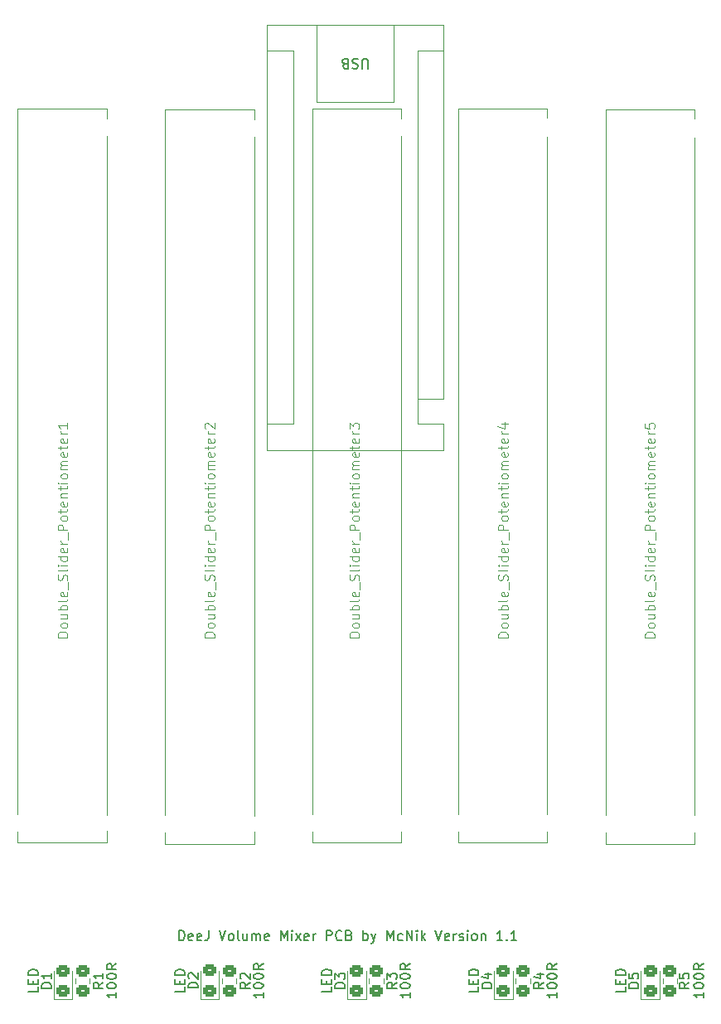
<source format=gto>
%TF.GenerationSoftware,KiCad,Pcbnew,8.0.0*%
%TF.CreationDate,2024-07-03T13:45:48+02:00*%
%TF.ProjectId,Audio-Controller V1.1,41756469-6f2d-4436-9f6e-74726f6c6c65,rev?*%
%TF.SameCoordinates,Original*%
%TF.FileFunction,Legend,Top*%
%TF.FilePolarity,Positive*%
%FSLAX46Y46*%
G04 Gerber Fmt 4.6, Leading zero omitted, Abs format (unit mm)*
G04 Created by KiCad (PCBNEW 8.0.0) date 2024-07-03 13:45:48*
%MOMM*%
%LPD*%
G01*
G04 APERTURE LIST*
G04 Aperture macros list*
%AMRoundRect*
0 Rectangle with rounded corners*
0 $1 Rounding radius*
0 $2 $3 $4 $5 $6 $7 $8 $9 X,Y pos of 4 corners*
0 Add a 4 corners polygon primitive as box body*
4,1,4,$2,$3,$4,$5,$6,$7,$8,$9,$2,$3,0*
0 Add four circle primitives for the rounded corners*
1,1,$1+$1,$2,$3*
1,1,$1+$1,$4,$5*
1,1,$1+$1,$6,$7*
1,1,$1+$1,$8,$9*
0 Add four rect primitives between the rounded corners*
20,1,$1+$1,$2,$3,$4,$5,0*
20,1,$1+$1,$4,$5,$6,$7,0*
20,1,$1+$1,$6,$7,$8,$9,0*
20,1,$1+$1,$8,$9,$2,$3,0*%
G04 Aperture macros list end*
%ADD10C,0.200000*%
%ADD11C,0.150000*%
%ADD12C,0.100000*%
%ADD13C,0.120000*%
%ADD14RoundRect,0.250000X-0.450000X0.350000X-0.450000X-0.350000X0.450000X-0.350000X0.450000X0.350000X0*%
%ADD15RoundRect,0.250000X0.450000X-0.325000X0.450000X0.325000X-0.450000X0.325000X-0.450000X-0.325000X0*%
%ADD16C,2.000000*%
%ADD17C,3.500000*%
%ADD18R,1.600000X1.600000*%
%ADD19O,1.600000X1.600000*%
G04 APERTURE END LIST*
D10*
X66369673Y-109867219D02*
X66369673Y-108867219D01*
X66369673Y-108867219D02*
X66607768Y-108867219D01*
X66607768Y-108867219D02*
X66750625Y-108914838D01*
X66750625Y-108914838D02*
X66845863Y-109010076D01*
X66845863Y-109010076D02*
X66893482Y-109105314D01*
X66893482Y-109105314D02*
X66941101Y-109295790D01*
X66941101Y-109295790D02*
X66941101Y-109438647D01*
X66941101Y-109438647D02*
X66893482Y-109629123D01*
X66893482Y-109629123D02*
X66845863Y-109724361D01*
X66845863Y-109724361D02*
X66750625Y-109819600D01*
X66750625Y-109819600D02*
X66607768Y-109867219D01*
X66607768Y-109867219D02*
X66369673Y-109867219D01*
X67750625Y-109819600D02*
X67655387Y-109867219D01*
X67655387Y-109867219D02*
X67464911Y-109867219D01*
X67464911Y-109867219D02*
X67369673Y-109819600D01*
X67369673Y-109819600D02*
X67322054Y-109724361D01*
X67322054Y-109724361D02*
X67322054Y-109343409D01*
X67322054Y-109343409D02*
X67369673Y-109248171D01*
X67369673Y-109248171D02*
X67464911Y-109200552D01*
X67464911Y-109200552D02*
X67655387Y-109200552D01*
X67655387Y-109200552D02*
X67750625Y-109248171D01*
X67750625Y-109248171D02*
X67798244Y-109343409D01*
X67798244Y-109343409D02*
X67798244Y-109438647D01*
X67798244Y-109438647D02*
X67322054Y-109533885D01*
X68607768Y-109819600D02*
X68512530Y-109867219D01*
X68512530Y-109867219D02*
X68322054Y-109867219D01*
X68322054Y-109867219D02*
X68226816Y-109819600D01*
X68226816Y-109819600D02*
X68179197Y-109724361D01*
X68179197Y-109724361D02*
X68179197Y-109343409D01*
X68179197Y-109343409D02*
X68226816Y-109248171D01*
X68226816Y-109248171D02*
X68322054Y-109200552D01*
X68322054Y-109200552D02*
X68512530Y-109200552D01*
X68512530Y-109200552D02*
X68607768Y-109248171D01*
X68607768Y-109248171D02*
X68655387Y-109343409D01*
X68655387Y-109343409D02*
X68655387Y-109438647D01*
X68655387Y-109438647D02*
X68179197Y-109533885D01*
X69369673Y-108867219D02*
X69369673Y-109581504D01*
X69369673Y-109581504D02*
X69322054Y-109724361D01*
X69322054Y-109724361D02*
X69226816Y-109819600D01*
X69226816Y-109819600D02*
X69083959Y-109867219D01*
X69083959Y-109867219D02*
X68988721Y-109867219D01*
X70464912Y-108867219D02*
X70798245Y-109867219D01*
X70798245Y-109867219D02*
X71131578Y-108867219D01*
X71607769Y-109867219D02*
X71512531Y-109819600D01*
X71512531Y-109819600D02*
X71464912Y-109771980D01*
X71464912Y-109771980D02*
X71417293Y-109676742D01*
X71417293Y-109676742D02*
X71417293Y-109391028D01*
X71417293Y-109391028D02*
X71464912Y-109295790D01*
X71464912Y-109295790D02*
X71512531Y-109248171D01*
X71512531Y-109248171D02*
X71607769Y-109200552D01*
X71607769Y-109200552D02*
X71750626Y-109200552D01*
X71750626Y-109200552D02*
X71845864Y-109248171D01*
X71845864Y-109248171D02*
X71893483Y-109295790D01*
X71893483Y-109295790D02*
X71941102Y-109391028D01*
X71941102Y-109391028D02*
X71941102Y-109676742D01*
X71941102Y-109676742D02*
X71893483Y-109771980D01*
X71893483Y-109771980D02*
X71845864Y-109819600D01*
X71845864Y-109819600D02*
X71750626Y-109867219D01*
X71750626Y-109867219D02*
X71607769Y-109867219D01*
X72512531Y-109867219D02*
X72417293Y-109819600D01*
X72417293Y-109819600D02*
X72369674Y-109724361D01*
X72369674Y-109724361D02*
X72369674Y-108867219D01*
X73322055Y-109200552D02*
X73322055Y-109867219D01*
X72893484Y-109200552D02*
X72893484Y-109724361D01*
X72893484Y-109724361D02*
X72941103Y-109819600D01*
X72941103Y-109819600D02*
X73036341Y-109867219D01*
X73036341Y-109867219D02*
X73179198Y-109867219D01*
X73179198Y-109867219D02*
X73274436Y-109819600D01*
X73274436Y-109819600D02*
X73322055Y-109771980D01*
X73798246Y-109867219D02*
X73798246Y-109200552D01*
X73798246Y-109295790D02*
X73845865Y-109248171D01*
X73845865Y-109248171D02*
X73941103Y-109200552D01*
X73941103Y-109200552D02*
X74083960Y-109200552D01*
X74083960Y-109200552D02*
X74179198Y-109248171D01*
X74179198Y-109248171D02*
X74226817Y-109343409D01*
X74226817Y-109343409D02*
X74226817Y-109867219D01*
X74226817Y-109343409D02*
X74274436Y-109248171D01*
X74274436Y-109248171D02*
X74369674Y-109200552D01*
X74369674Y-109200552D02*
X74512531Y-109200552D01*
X74512531Y-109200552D02*
X74607770Y-109248171D01*
X74607770Y-109248171D02*
X74655389Y-109343409D01*
X74655389Y-109343409D02*
X74655389Y-109867219D01*
X75512531Y-109819600D02*
X75417293Y-109867219D01*
X75417293Y-109867219D02*
X75226817Y-109867219D01*
X75226817Y-109867219D02*
X75131579Y-109819600D01*
X75131579Y-109819600D02*
X75083960Y-109724361D01*
X75083960Y-109724361D02*
X75083960Y-109343409D01*
X75083960Y-109343409D02*
X75131579Y-109248171D01*
X75131579Y-109248171D02*
X75226817Y-109200552D01*
X75226817Y-109200552D02*
X75417293Y-109200552D01*
X75417293Y-109200552D02*
X75512531Y-109248171D01*
X75512531Y-109248171D02*
X75560150Y-109343409D01*
X75560150Y-109343409D02*
X75560150Y-109438647D01*
X75560150Y-109438647D02*
X75083960Y-109533885D01*
X76750627Y-109867219D02*
X76750627Y-108867219D01*
X76750627Y-108867219D02*
X77083960Y-109581504D01*
X77083960Y-109581504D02*
X77417293Y-108867219D01*
X77417293Y-108867219D02*
X77417293Y-109867219D01*
X77893484Y-109867219D02*
X77893484Y-109200552D01*
X77893484Y-108867219D02*
X77845865Y-108914838D01*
X77845865Y-108914838D02*
X77893484Y-108962457D01*
X77893484Y-108962457D02*
X77941103Y-108914838D01*
X77941103Y-108914838D02*
X77893484Y-108867219D01*
X77893484Y-108867219D02*
X77893484Y-108962457D01*
X78274436Y-109867219D02*
X78798245Y-109200552D01*
X78274436Y-109200552D02*
X78798245Y-109867219D01*
X79560150Y-109819600D02*
X79464912Y-109867219D01*
X79464912Y-109867219D02*
X79274436Y-109867219D01*
X79274436Y-109867219D02*
X79179198Y-109819600D01*
X79179198Y-109819600D02*
X79131579Y-109724361D01*
X79131579Y-109724361D02*
X79131579Y-109343409D01*
X79131579Y-109343409D02*
X79179198Y-109248171D01*
X79179198Y-109248171D02*
X79274436Y-109200552D01*
X79274436Y-109200552D02*
X79464912Y-109200552D01*
X79464912Y-109200552D02*
X79560150Y-109248171D01*
X79560150Y-109248171D02*
X79607769Y-109343409D01*
X79607769Y-109343409D02*
X79607769Y-109438647D01*
X79607769Y-109438647D02*
X79131579Y-109533885D01*
X80036341Y-109867219D02*
X80036341Y-109200552D01*
X80036341Y-109391028D02*
X80083960Y-109295790D01*
X80083960Y-109295790D02*
X80131579Y-109248171D01*
X80131579Y-109248171D02*
X80226817Y-109200552D01*
X80226817Y-109200552D02*
X80322055Y-109200552D01*
X81417294Y-109867219D02*
X81417294Y-108867219D01*
X81417294Y-108867219D02*
X81798246Y-108867219D01*
X81798246Y-108867219D02*
X81893484Y-108914838D01*
X81893484Y-108914838D02*
X81941103Y-108962457D01*
X81941103Y-108962457D02*
X81988722Y-109057695D01*
X81988722Y-109057695D02*
X81988722Y-109200552D01*
X81988722Y-109200552D02*
X81941103Y-109295790D01*
X81941103Y-109295790D02*
X81893484Y-109343409D01*
X81893484Y-109343409D02*
X81798246Y-109391028D01*
X81798246Y-109391028D02*
X81417294Y-109391028D01*
X82988722Y-109771980D02*
X82941103Y-109819600D01*
X82941103Y-109819600D02*
X82798246Y-109867219D01*
X82798246Y-109867219D02*
X82703008Y-109867219D01*
X82703008Y-109867219D02*
X82560151Y-109819600D01*
X82560151Y-109819600D02*
X82464913Y-109724361D01*
X82464913Y-109724361D02*
X82417294Y-109629123D01*
X82417294Y-109629123D02*
X82369675Y-109438647D01*
X82369675Y-109438647D02*
X82369675Y-109295790D01*
X82369675Y-109295790D02*
X82417294Y-109105314D01*
X82417294Y-109105314D02*
X82464913Y-109010076D01*
X82464913Y-109010076D02*
X82560151Y-108914838D01*
X82560151Y-108914838D02*
X82703008Y-108867219D01*
X82703008Y-108867219D02*
X82798246Y-108867219D01*
X82798246Y-108867219D02*
X82941103Y-108914838D01*
X82941103Y-108914838D02*
X82988722Y-108962457D01*
X83750627Y-109343409D02*
X83893484Y-109391028D01*
X83893484Y-109391028D02*
X83941103Y-109438647D01*
X83941103Y-109438647D02*
X83988722Y-109533885D01*
X83988722Y-109533885D02*
X83988722Y-109676742D01*
X83988722Y-109676742D02*
X83941103Y-109771980D01*
X83941103Y-109771980D02*
X83893484Y-109819600D01*
X83893484Y-109819600D02*
X83798246Y-109867219D01*
X83798246Y-109867219D02*
X83417294Y-109867219D01*
X83417294Y-109867219D02*
X83417294Y-108867219D01*
X83417294Y-108867219D02*
X83750627Y-108867219D01*
X83750627Y-108867219D02*
X83845865Y-108914838D01*
X83845865Y-108914838D02*
X83893484Y-108962457D01*
X83893484Y-108962457D02*
X83941103Y-109057695D01*
X83941103Y-109057695D02*
X83941103Y-109152933D01*
X83941103Y-109152933D02*
X83893484Y-109248171D01*
X83893484Y-109248171D02*
X83845865Y-109295790D01*
X83845865Y-109295790D02*
X83750627Y-109343409D01*
X83750627Y-109343409D02*
X83417294Y-109343409D01*
X85179199Y-109867219D02*
X85179199Y-108867219D01*
X85179199Y-109248171D02*
X85274437Y-109200552D01*
X85274437Y-109200552D02*
X85464913Y-109200552D01*
X85464913Y-109200552D02*
X85560151Y-109248171D01*
X85560151Y-109248171D02*
X85607770Y-109295790D01*
X85607770Y-109295790D02*
X85655389Y-109391028D01*
X85655389Y-109391028D02*
X85655389Y-109676742D01*
X85655389Y-109676742D02*
X85607770Y-109771980D01*
X85607770Y-109771980D02*
X85560151Y-109819600D01*
X85560151Y-109819600D02*
X85464913Y-109867219D01*
X85464913Y-109867219D02*
X85274437Y-109867219D01*
X85274437Y-109867219D02*
X85179199Y-109819600D01*
X85988723Y-109200552D02*
X86226818Y-109867219D01*
X86464913Y-109200552D02*
X86226818Y-109867219D01*
X86226818Y-109867219D02*
X86131580Y-110105314D01*
X86131580Y-110105314D02*
X86083961Y-110152933D01*
X86083961Y-110152933D02*
X85988723Y-110200552D01*
X87607771Y-109867219D02*
X87607771Y-108867219D01*
X87607771Y-108867219D02*
X87941104Y-109581504D01*
X87941104Y-109581504D02*
X88274437Y-108867219D01*
X88274437Y-108867219D02*
X88274437Y-109867219D01*
X89179199Y-109819600D02*
X89083961Y-109867219D01*
X89083961Y-109867219D02*
X88893485Y-109867219D01*
X88893485Y-109867219D02*
X88798247Y-109819600D01*
X88798247Y-109819600D02*
X88750628Y-109771980D01*
X88750628Y-109771980D02*
X88703009Y-109676742D01*
X88703009Y-109676742D02*
X88703009Y-109391028D01*
X88703009Y-109391028D02*
X88750628Y-109295790D01*
X88750628Y-109295790D02*
X88798247Y-109248171D01*
X88798247Y-109248171D02*
X88893485Y-109200552D01*
X88893485Y-109200552D02*
X89083961Y-109200552D01*
X89083961Y-109200552D02*
X89179199Y-109248171D01*
X89607771Y-109867219D02*
X89607771Y-108867219D01*
X89607771Y-108867219D02*
X90179199Y-109867219D01*
X90179199Y-109867219D02*
X90179199Y-108867219D01*
X90655390Y-109867219D02*
X90655390Y-109200552D01*
X90655390Y-108867219D02*
X90607771Y-108914838D01*
X90607771Y-108914838D02*
X90655390Y-108962457D01*
X90655390Y-108962457D02*
X90703009Y-108914838D01*
X90703009Y-108914838D02*
X90655390Y-108867219D01*
X90655390Y-108867219D02*
X90655390Y-108962457D01*
X91131580Y-109867219D02*
X91131580Y-108867219D01*
X91226818Y-109486266D02*
X91512532Y-109867219D01*
X91512532Y-109200552D02*
X91131580Y-109581504D01*
X92560152Y-108867219D02*
X92893485Y-109867219D01*
X92893485Y-109867219D02*
X93226818Y-108867219D01*
X93941104Y-109819600D02*
X93845866Y-109867219D01*
X93845866Y-109867219D02*
X93655390Y-109867219D01*
X93655390Y-109867219D02*
X93560152Y-109819600D01*
X93560152Y-109819600D02*
X93512533Y-109724361D01*
X93512533Y-109724361D02*
X93512533Y-109343409D01*
X93512533Y-109343409D02*
X93560152Y-109248171D01*
X93560152Y-109248171D02*
X93655390Y-109200552D01*
X93655390Y-109200552D02*
X93845866Y-109200552D01*
X93845866Y-109200552D02*
X93941104Y-109248171D01*
X93941104Y-109248171D02*
X93988723Y-109343409D01*
X93988723Y-109343409D02*
X93988723Y-109438647D01*
X93988723Y-109438647D02*
X93512533Y-109533885D01*
X94417295Y-109867219D02*
X94417295Y-109200552D01*
X94417295Y-109391028D02*
X94464914Y-109295790D01*
X94464914Y-109295790D02*
X94512533Y-109248171D01*
X94512533Y-109248171D02*
X94607771Y-109200552D01*
X94607771Y-109200552D02*
X94703009Y-109200552D01*
X94988724Y-109819600D02*
X95083962Y-109867219D01*
X95083962Y-109867219D02*
X95274438Y-109867219D01*
X95274438Y-109867219D02*
X95369676Y-109819600D01*
X95369676Y-109819600D02*
X95417295Y-109724361D01*
X95417295Y-109724361D02*
X95417295Y-109676742D01*
X95417295Y-109676742D02*
X95369676Y-109581504D01*
X95369676Y-109581504D02*
X95274438Y-109533885D01*
X95274438Y-109533885D02*
X95131581Y-109533885D01*
X95131581Y-109533885D02*
X95036343Y-109486266D01*
X95036343Y-109486266D02*
X94988724Y-109391028D01*
X94988724Y-109391028D02*
X94988724Y-109343409D01*
X94988724Y-109343409D02*
X95036343Y-109248171D01*
X95036343Y-109248171D02*
X95131581Y-109200552D01*
X95131581Y-109200552D02*
X95274438Y-109200552D01*
X95274438Y-109200552D02*
X95369676Y-109248171D01*
X95845867Y-109867219D02*
X95845867Y-109200552D01*
X95845867Y-108867219D02*
X95798248Y-108914838D01*
X95798248Y-108914838D02*
X95845867Y-108962457D01*
X95845867Y-108962457D02*
X95893486Y-108914838D01*
X95893486Y-108914838D02*
X95845867Y-108867219D01*
X95845867Y-108867219D02*
X95845867Y-108962457D01*
X96464914Y-109867219D02*
X96369676Y-109819600D01*
X96369676Y-109819600D02*
X96322057Y-109771980D01*
X96322057Y-109771980D02*
X96274438Y-109676742D01*
X96274438Y-109676742D02*
X96274438Y-109391028D01*
X96274438Y-109391028D02*
X96322057Y-109295790D01*
X96322057Y-109295790D02*
X96369676Y-109248171D01*
X96369676Y-109248171D02*
X96464914Y-109200552D01*
X96464914Y-109200552D02*
X96607771Y-109200552D01*
X96607771Y-109200552D02*
X96703009Y-109248171D01*
X96703009Y-109248171D02*
X96750628Y-109295790D01*
X96750628Y-109295790D02*
X96798247Y-109391028D01*
X96798247Y-109391028D02*
X96798247Y-109676742D01*
X96798247Y-109676742D02*
X96750628Y-109771980D01*
X96750628Y-109771980D02*
X96703009Y-109819600D01*
X96703009Y-109819600D02*
X96607771Y-109867219D01*
X96607771Y-109867219D02*
X96464914Y-109867219D01*
X97226819Y-109200552D02*
X97226819Y-109867219D01*
X97226819Y-109295790D02*
X97274438Y-109248171D01*
X97274438Y-109248171D02*
X97369676Y-109200552D01*
X97369676Y-109200552D02*
X97512533Y-109200552D01*
X97512533Y-109200552D02*
X97607771Y-109248171D01*
X97607771Y-109248171D02*
X97655390Y-109343409D01*
X97655390Y-109343409D02*
X97655390Y-109867219D01*
X99417295Y-109867219D02*
X98845867Y-109867219D01*
X99131581Y-109867219D02*
X99131581Y-108867219D01*
X99131581Y-108867219D02*
X99036343Y-109010076D01*
X99036343Y-109010076D02*
X98941105Y-109105314D01*
X98941105Y-109105314D02*
X98845867Y-109152933D01*
X99845867Y-109771980D02*
X99893486Y-109819600D01*
X99893486Y-109819600D02*
X99845867Y-109867219D01*
X99845867Y-109867219D02*
X99798248Y-109819600D01*
X99798248Y-109819600D02*
X99845867Y-109771980D01*
X99845867Y-109771980D02*
X99845867Y-109867219D01*
X100845866Y-109867219D02*
X100274438Y-109867219D01*
X100560152Y-109867219D02*
X100560152Y-108867219D01*
X100560152Y-108867219D02*
X100464914Y-109010076D01*
X100464914Y-109010076D02*
X100369676Y-109105314D01*
X100369676Y-109105314D02*
X100274438Y-109152933D01*
D11*
X118454819Y-114166666D02*
X117978628Y-114499999D01*
X118454819Y-114738094D02*
X117454819Y-114738094D01*
X117454819Y-114738094D02*
X117454819Y-114357142D01*
X117454819Y-114357142D02*
X117502438Y-114261904D01*
X117502438Y-114261904D02*
X117550057Y-114214285D01*
X117550057Y-114214285D02*
X117645295Y-114166666D01*
X117645295Y-114166666D02*
X117788152Y-114166666D01*
X117788152Y-114166666D02*
X117883390Y-114214285D01*
X117883390Y-114214285D02*
X117931009Y-114261904D01*
X117931009Y-114261904D02*
X117978628Y-114357142D01*
X117978628Y-114357142D02*
X117978628Y-114738094D01*
X117454819Y-113261904D02*
X117454819Y-113738094D01*
X117454819Y-113738094D02*
X117931009Y-113785713D01*
X117931009Y-113785713D02*
X117883390Y-113738094D01*
X117883390Y-113738094D02*
X117835771Y-113642856D01*
X117835771Y-113642856D02*
X117835771Y-113404761D01*
X117835771Y-113404761D02*
X117883390Y-113309523D01*
X117883390Y-113309523D02*
X117931009Y-113261904D01*
X117931009Y-113261904D02*
X118026247Y-113214285D01*
X118026247Y-113214285D02*
X118264342Y-113214285D01*
X118264342Y-113214285D02*
X118359580Y-113261904D01*
X118359580Y-113261904D02*
X118407200Y-113309523D01*
X118407200Y-113309523D02*
X118454819Y-113404761D01*
X118454819Y-113404761D02*
X118454819Y-113642856D01*
X118454819Y-113642856D02*
X118407200Y-113738094D01*
X118407200Y-113738094D02*
X118359580Y-113785713D01*
X119954819Y-115166666D02*
X119954819Y-115738094D01*
X119954819Y-115452380D02*
X118954819Y-115452380D01*
X118954819Y-115452380D02*
X119097676Y-115547618D01*
X119097676Y-115547618D02*
X119192914Y-115642856D01*
X119192914Y-115642856D02*
X119240533Y-115738094D01*
X118954819Y-114547618D02*
X118954819Y-114452380D01*
X118954819Y-114452380D02*
X119002438Y-114357142D01*
X119002438Y-114357142D02*
X119050057Y-114309523D01*
X119050057Y-114309523D02*
X119145295Y-114261904D01*
X119145295Y-114261904D02*
X119335771Y-114214285D01*
X119335771Y-114214285D02*
X119573866Y-114214285D01*
X119573866Y-114214285D02*
X119764342Y-114261904D01*
X119764342Y-114261904D02*
X119859580Y-114309523D01*
X119859580Y-114309523D02*
X119907200Y-114357142D01*
X119907200Y-114357142D02*
X119954819Y-114452380D01*
X119954819Y-114452380D02*
X119954819Y-114547618D01*
X119954819Y-114547618D02*
X119907200Y-114642856D01*
X119907200Y-114642856D02*
X119859580Y-114690475D01*
X119859580Y-114690475D02*
X119764342Y-114738094D01*
X119764342Y-114738094D02*
X119573866Y-114785713D01*
X119573866Y-114785713D02*
X119335771Y-114785713D01*
X119335771Y-114785713D02*
X119145295Y-114738094D01*
X119145295Y-114738094D02*
X119050057Y-114690475D01*
X119050057Y-114690475D02*
X119002438Y-114642856D01*
X119002438Y-114642856D02*
X118954819Y-114547618D01*
X118954819Y-113595237D02*
X118954819Y-113499999D01*
X118954819Y-113499999D02*
X119002438Y-113404761D01*
X119002438Y-113404761D02*
X119050057Y-113357142D01*
X119050057Y-113357142D02*
X119145295Y-113309523D01*
X119145295Y-113309523D02*
X119335771Y-113261904D01*
X119335771Y-113261904D02*
X119573866Y-113261904D01*
X119573866Y-113261904D02*
X119764342Y-113309523D01*
X119764342Y-113309523D02*
X119859580Y-113357142D01*
X119859580Y-113357142D02*
X119907200Y-113404761D01*
X119907200Y-113404761D02*
X119954819Y-113499999D01*
X119954819Y-113499999D02*
X119954819Y-113595237D01*
X119954819Y-113595237D02*
X119907200Y-113690475D01*
X119907200Y-113690475D02*
X119859580Y-113738094D01*
X119859580Y-113738094D02*
X119764342Y-113785713D01*
X119764342Y-113785713D02*
X119573866Y-113833332D01*
X119573866Y-113833332D02*
X119335771Y-113833332D01*
X119335771Y-113833332D02*
X119145295Y-113785713D01*
X119145295Y-113785713D02*
X119050057Y-113738094D01*
X119050057Y-113738094D02*
X119002438Y-113690475D01*
X119002438Y-113690475D02*
X118954819Y-113595237D01*
X119954819Y-112261904D02*
X119478628Y-112595237D01*
X119954819Y-112833332D02*
X118954819Y-112833332D01*
X118954819Y-112833332D02*
X118954819Y-112452380D01*
X118954819Y-112452380D02*
X119002438Y-112357142D01*
X119002438Y-112357142D02*
X119050057Y-112309523D01*
X119050057Y-112309523D02*
X119145295Y-112261904D01*
X119145295Y-112261904D02*
X119288152Y-112261904D01*
X119288152Y-112261904D02*
X119383390Y-112309523D01*
X119383390Y-112309523D02*
X119431009Y-112357142D01*
X119431009Y-112357142D02*
X119478628Y-112452380D01*
X119478628Y-112452380D02*
X119478628Y-112833332D01*
X103604819Y-114166666D02*
X103128628Y-114499999D01*
X103604819Y-114738094D02*
X102604819Y-114738094D01*
X102604819Y-114738094D02*
X102604819Y-114357142D01*
X102604819Y-114357142D02*
X102652438Y-114261904D01*
X102652438Y-114261904D02*
X102700057Y-114214285D01*
X102700057Y-114214285D02*
X102795295Y-114166666D01*
X102795295Y-114166666D02*
X102938152Y-114166666D01*
X102938152Y-114166666D02*
X103033390Y-114214285D01*
X103033390Y-114214285D02*
X103081009Y-114261904D01*
X103081009Y-114261904D02*
X103128628Y-114357142D01*
X103128628Y-114357142D02*
X103128628Y-114738094D01*
X102938152Y-113309523D02*
X103604819Y-113309523D01*
X102557200Y-113547618D02*
X103271485Y-113785713D01*
X103271485Y-113785713D02*
X103271485Y-113166666D01*
X104954819Y-115166666D02*
X104954819Y-115738094D01*
X104954819Y-115452380D02*
X103954819Y-115452380D01*
X103954819Y-115452380D02*
X104097676Y-115547618D01*
X104097676Y-115547618D02*
X104192914Y-115642856D01*
X104192914Y-115642856D02*
X104240533Y-115738094D01*
X103954819Y-114547618D02*
X103954819Y-114452380D01*
X103954819Y-114452380D02*
X104002438Y-114357142D01*
X104002438Y-114357142D02*
X104050057Y-114309523D01*
X104050057Y-114309523D02*
X104145295Y-114261904D01*
X104145295Y-114261904D02*
X104335771Y-114214285D01*
X104335771Y-114214285D02*
X104573866Y-114214285D01*
X104573866Y-114214285D02*
X104764342Y-114261904D01*
X104764342Y-114261904D02*
X104859580Y-114309523D01*
X104859580Y-114309523D02*
X104907200Y-114357142D01*
X104907200Y-114357142D02*
X104954819Y-114452380D01*
X104954819Y-114452380D02*
X104954819Y-114547618D01*
X104954819Y-114547618D02*
X104907200Y-114642856D01*
X104907200Y-114642856D02*
X104859580Y-114690475D01*
X104859580Y-114690475D02*
X104764342Y-114738094D01*
X104764342Y-114738094D02*
X104573866Y-114785713D01*
X104573866Y-114785713D02*
X104335771Y-114785713D01*
X104335771Y-114785713D02*
X104145295Y-114738094D01*
X104145295Y-114738094D02*
X104050057Y-114690475D01*
X104050057Y-114690475D02*
X104002438Y-114642856D01*
X104002438Y-114642856D02*
X103954819Y-114547618D01*
X103954819Y-113595237D02*
X103954819Y-113499999D01*
X103954819Y-113499999D02*
X104002438Y-113404761D01*
X104002438Y-113404761D02*
X104050057Y-113357142D01*
X104050057Y-113357142D02*
X104145295Y-113309523D01*
X104145295Y-113309523D02*
X104335771Y-113261904D01*
X104335771Y-113261904D02*
X104573866Y-113261904D01*
X104573866Y-113261904D02*
X104764342Y-113309523D01*
X104764342Y-113309523D02*
X104859580Y-113357142D01*
X104859580Y-113357142D02*
X104907200Y-113404761D01*
X104907200Y-113404761D02*
X104954819Y-113499999D01*
X104954819Y-113499999D02*
X104954819Y-113595237D01*
X104954819Y-113595237D02*
X104907200Y-113690475D01*
X104907200Y-113690475D02*
X104859580Y-113738094D01*
X104859580Y-113738094D02*
X104764342Y-113785713D01*
X104764342Y-113785713D02*
X104573866Y-113833332D01*
X104573866Y-113833332D02*
X104335771Y-113833332D01*
X104335771Y-113833332D02*
X104145295Y-113785713D01*
X104145295Y-113785713D02*
X104050057Y-113738094D01*
X104050057Y-113738094D02*
X104002438Y-113690475D01*
X104002438Y-113690475D02*
X103954819Y-113595237D01*
X104954819Y-112261904D02*
X104478628Y-112595237D01*
X104954819Y-112833332D02*
X103954819Y-112833332D01*
X103954819Y-112833332D02*
X103954819Y-112452380D01*
X103954819Y-112452380D02*
X104002438Y-112357142D01*
X104002438Y-112357142D02*
X104050057Y-112309523D01*
X104050057Y-112309523D02*
X104145295Y-112261904D01*
X104145295Y-112261904D02*
X104288152Y-112261904D01*
X104288152Y-112261904D02*
X104383390Y-112309523D01*
X104383390Y-112309523D02*
X104431009Y-112357142D01*
X104431009Y-112357142D02*
X104478628Y-112452380D01*
X104478628Y-112452380D02*
X104478628Y-112833332D01*
X88604819Y-114166666D02*
X88128628Y-114499999D01*
X88604819Y-114738094D02*
X87604819Y-114738094D01*
X87604819Y-114738094D02*
X87604819Y-114357142D01*
X87604819Y-114357142D02*
X87652438Y-114261904D01*
X87652438Y-114261904D02*
X87700057Y-114214285D01*
X87700057Y-114214285D02*
X87795295Y-114166666D01*
X87795295Y-114166666D02*
X87938152Y-114166666D01*
X87938152Y-114166666D02*
X88033390Y-114214285D01*
X88033390Y-114214285D02*
X88081009Y-114261904D01*
X88081009Y-114261904D02*
X88128628Y-114357142D01*
X88128628Y-114357142D02*
X88128628Y-114738094D01*
X87604819Y-113833332D02*
X87604819Y-113214285D01*
X87604819Y-113214285D02*
X87985771Y-113547618D01*
X87985771Y-113547618D02*
X87985771Y-113404761D01*
X87985771Y-113404761D02*
X88033390Y-113309523D01*
X88033390Y-113309523D02*
X88081009Y-113261904D01*
X88081009Y-113261904D02*
X88176247Y-113214285D01*
X88176247Y-113214285D02*
X88414342Y-113214285D01*
X88414342Y-113214285D02*
X88509580Y-113261904D01*
X88509580Y-113261904D02*
X88557200Y-113309523D01*
X88557200Y-113309523D02*
X88604819Y-113404761D01*
X88604819Y-113404761D02*
X88604819Y-113690475D01*
X88604819Y-113690475D02*
X88557200Y-113785713D01*
X88557200Y-113785713D02*
X88509580Y-113833332D01*
X89954819Y-115166666D02*
X89954819Y-115738094D01*
X89954819Y-115452380D02*
X88954819Y-115452380D01*
X88954819Y-115452380D02*
X89097676Y-115547618D01*
X89097676Y-115547618D02*
X89192914Y-115642856D01*
X89192914Y-115642856D02*
X89240533Y-115738094D01*
X88954819Y-114547618D02*
X88954819Y-114452380D01*
X88954819Y-114452380D02*
X89002438Y-114357142D01*
X89002438Y-114357142D02*
X89050057Y-114309523D01*
X89050057Y-114309523D02*
X89145295Y-114261904D01*
X89145295Y-114261904D02*
X89335771Y-114214285D01*
X89335771Y-114214285D02*
X89573866Y-114214285D01*
X89573866Y-114214285D02*
X89764342Y-114261904D01*
X89764342Y-114261904D02*
X89859580Y-114309523D01*
X89859580Y-114309523D02*
X89907200Y-114357142D01*
X89907200Y-114357142D02*
X89954819Y-114452380D01*
X89954819Y-114452380D02*
X89954819Y-114547618D01*
X89954819Y-114547618D02*
X89907200Y-114642856D01*
X89907200Y-114642856D02*
X89859580Y-114690475D01*
X89859580Y-114690475D02*
X89764342Y-114738094D01*
X89764342Y-114738094D02*
X89573866Y-114785713D01*
X89573866Y-114785713D02*
X89335771Y-114785713D01*
X89335771Y-114785713D02*
X89145295Y-114738094D01*
X89145295Y-114738094D02*
X89050057Y-114690475D01*
X89050057Y-114690475D02*
X89002438Y-114642856D01*
X89002438Y-114642856D02*
X88954819Y-114547618D01*
X88954819Y-113595237D02*
X88954819Y-113499999D01*
X88954819Y-113499999D02*
X89002438Y-113404761D01*
X89002438Y-113404761D02*
X89050057Y-113357142D01*
X89050057Y-113357142D02*
X89145295Y-113309523D01*
X89145295Y-113309523D02*
X89335771Y-113261904D01*
X89335771Y-113261904D02*
X89573866Y-113261904D01*
X89573866Y-113261904D02*
X89764342Y-113309523D01*
X89764342Y-113309523D02*
X89859580Y-113357142D01*
X89859580Y-113357142D02*
X89907200Y-113404761D01*
X89907200Y-113404761D02*
X89954819Y-113499999D01*
X89954819Y-113499999D02*
X89954819Y-113595237D01*
X89954819Y-113595237D02*
X89907200Y-113690475D01*
X89907200Y-113690475D02*
X89859580Y-113738094D01*
X89859580Y-113738094D02*
X89764342Y-113785713D01*
X89764342Y-113785713D02*
X89573866Y-113833332D01*
X89573866Y-113833332D02*
X89335771Y-113833332D01*
X89335771Y-113833332D02*
X89145295Y-113785713D01*
X89145295Y-113785713D02*
X89050057Y-113738094D01*
X89050057Y-113738094D02*
X89002438Y-113690475D01*
X89002438Y-113690475D02*
X88954819Y-113595237D01*
X89954819Y-112261904D02*
X89478628Y-112595237D01*
X89954819Y-112833332D02*
X88954819Y-112833332D01*
X88954819Y-112833332D02*
X88954819Y-112452380D01*
X88954819Y-112452380D02*
X89002438Y-112357142D01*
X89002438Y-112357142D02*
X89050057Y-112309523D01*
X89050057Y-112309523D02*
X89145295Y-112261904D01*
X89145295Y-112261904D02*
X89288152Y-112261904D01*
X89288152Y-112261904D02*
X89383390Y-112309523D01*
X89383390Y-112309523D02*
X89431009Y-112357142D01*
X89431009Y-112357142D02*
X89478628Y-112452380D01*
X89478628Y-112452380D02*
X89478628Y-112833332D01*
X73604819Y-114166666D02*
X73128628Y-114499999D01*
X73604819Y-114738094D02*
X72604819Y-114738094D01*
X72604819Y-114738094D02*
X72604819Y-114357142D01*
X72604819Y-114357142D02*
X72652438Y-114261904D01*
X72652438Y-114261904D02*
X72700057Y-114214285D01*
X72700057Y-114214285D02*
X72795295Y-114166666D01*
X72795295Y-114166666D02*
X72938152Y-114166666D01*
X72938152Y-114166666D02*
X73033390Y-114214285D01*
X73033390Y-114214285D02*
X73081009Y-114261904D01*
X73081009Y-114261904D02*
X73128628Y-114357142D01*
X73128628Y-114357142D02*
X73128628Y-114738094D01*
X72700057Y-113785713D02*
X72652438Y-113738094D01*
X72652438Y-113738094D02*
X72604819Y-113642856D01*
X72604819Y-113642856D02*
X72604819Y-113404761D01*
X72604819Y-113404761D02*
X72652438Y-113309523D01*
X72652438Y-113309523D02*
X72700057Y-113261904D01*
X72700057Y-113261904D02*
X72795295Y-113214285D01*
X72795295Y-113214285D02*
X72890533Y-113214285D01*
X72890533Y-113214285D02*
X73033390Y-113261904D01*
X73033390Y-113261904D02*
X73604819Y-113833332D01*
X73604819Y-113833332D02*
X73604819Y-113214285D01*
X74954819Y-115166666D02*
X74954819Y-115738094D01*
X74954819Y-115452380D02*
X73954819Y-115452380D01*
X73954819Y-115452380D02*
X74097676Y-115547618D01*
X74097676Y-115547618D02*
X74192914Y-115642856D01*
X74192914Y-115642856D02*
X74240533Y-115738094D01*
X73954819Y-114547618D02*
X73954819Y-114452380D01*
X73954819Y-114452380D02*
X74002438Y-114357142D01*
X74002438Y-114357142D02*
X74050057Y-114309523D01*
X74050057Y-114309523D02*
X74145295Y-114261904D01*
X74145295Y-114261904D02*
X74335771Y-114214285D01*
X74335771Y-114214285D02*
X74573866Y-114214285D01*
X74573866Y-114214285D02*
X74764342Y-114261904D01*
X74764342Y-114261904D02*
X74859580Y-114309523D01*
X74859580Y-114309523D02*
X74907200Y-114357142D01*
X74907200Y-114357142D02*
X74954819Y-114452380D01*
X74954819Y-114452380D02*
X74954819Y-114547618D01*
X74954819Y-114547618D02*
X74907200Y-114642856D01*
X74907200Y-114642856D02*
X74859580Y-114690475D01*
X74859580Y-114690475D02*
X74764342Y-114738094D01*
X74764342Y-114738094D02*
X74573866Y-114785713D01*
X74573866Y-114785713D02*
X74335771Y-114785713D01*
X74335771Y-114785713D02*
X74145295Y-114738094D01*
X74145295Y-114738094D02*
X74050057Y-114690475D01*
X74050057Y-114690475D02*
X74002438Y-114642856D01*
X74002438Y-114642856D02*
X73954819Y-114547618D01*
X73954819Y-113595237D02*
X73954819Y-113499999D01*
X73954819Y-113499999D02*
X74002438Y-113404761D01*
X74002438Y-113404761D02*
X74050057Y-113357142D01*
X74050057Y-113357142D02*
X74145295Y-113309523D01*
X74145295Y-113309523D02*
X74335771Y-113261904D01*
X74335771Y-113261904D02*
X74573866Y-113261904D01*
X74573866Y-113261904D02*
X74764342Y-113309523D01*
X74764342Y-113309523D02*
X74859580Y-113357142D01*
X74859580Y-113357142D02*
X74907200Y-113404761D01*
X74907200Y-113404761D02*
X74954819Y-113499999D01*
X74954819Y-113499999D02*
X74954819Y-113595237D01*
X74954819Y-113595237D02*
X74907200Y-113690475D01*
X74907200Y-113690475D02*
X74859580Y-113738094D01*
X74859580Y-113738094D02*
X74764342Y-113785713D01*
X74764342Y-113785713D02*
X74573866Y-113833332D01*
X74573866Y-113833332D02*
X74335771Y-113833332D01*
X74335771Y-113833332D02*
X74145295Y-113785713D01*
X74145295Y-113785713D02*
X74050057Y-113738094D01*
X74050057Y-113738094D02*
X74002438Y-113690475D01*
X74002438Y-113690475D02*
X73954819Y-113595237D01*
X74954819Y-112261904D02*
X74478628Y-112595237D01*
X74954819Y-112833332D02*
X73954819Y-112833332D01*
X73954819Y-112833332D02*
X73954819Y-112452380D01*
X73954819Y-112452380D02*
X74002438Y-112357142D01*
X74002438Y-112357142D02*
X74050057Y-112309523D01*
X74050057Y-112309523D02*
X74145295Y-112261904D01*
X74145295Y-112261904D02*
X74288152Y-112261904D01*
X74288152Y-112261904D02*
X74383390Y-112309523D01*
X74383390Y-112309523D02*
X74431009Y-112357142D01*
X74431009Y-112357142D02*
X74478628Y-112452380D01*
X74478628Y-112452380D02*
X74478628Y-112833332D01*
X58604819Y-114166666D02*
X58128628Y-114499999D01*
X58604819Y-114738094D02*
X57604819Y-114738094D01*
X57604819Y-114738094D02*
X57604819Y-114357142D01*
X57604819Y-114357142D02*
X57652438Y-114261904D01*
X57652438Y-114261904D02*
X57700057Y-114214285D01*
X57700057Y-114214285D02*
X57795295Y-114166666D01*
X57795295Y-114166666D02*
X57938152Y-114166666D01*
X57938152Y-114166666D02*
X58033390Y-114214285D01*
X58033390Y-114214285D02*
X58081009Y-114261904D01*
X58081009Y-114261904D02*
X58128628Y-114357142D01*
X58128628Y-114357142D02*
X58128628Y-114738094D01*
X58604819Y-113214285D02*
X58604819Y-113785713D01*
X58604819Y-113499999D02*
X57604819Y-113499999D01*
X57604819Y-113499999D02*
X57747676Y-113595237D01*
X57747676Y-113595237D02*
X57842914Y-113690475D01*
X57842914Y-113690475D02*
X57890533Y-113785713D01*
X59954819Y-115166666D02*
X59954819Y-115738094D01*
X59954819Y-115452380D02*
X58954819Y-115452380D01*
X58954819Y-115452380D02*
X59097676Y-115547618D01*
X59097676Y-115547618D02*
X59192914Y-115642856D01*
X59192914Y-115642856D02*
X59240533Y-115738094D01*
X58954819Y-114547618D02*
X58954819Y-114452380D01*
X58954819Y-114452380D02*
X59002438Y-114357142D01*
X59002438Y-114357142D02*
X59050057Y-114309523D01*
X59050057Y-114309523D02*
X59145295Y-114261904D01*
X59145295Y-114261904D02*
X59335771Y-114214285D01*
X59335771Y-114214285D02*
X59573866Y-114214285D01*
X59573866Y-114214285D02*
X59764342Y-114261904D01*
X59764342Y-114261904D02*
X59859580Y-114309523D01*
X59859580Y-114309523D02*
X59907200Y-114357142D01*
X59907200Y-114357142D02*
X59954819Y-114452380D01*
X59954819Y-114452380D02*
X59954819Y-114547618D01*
X59954819Y-114547618D02*
X59907200Y-114642856D01*
X59907200Y-114642856D02*
X59859580Y-114690475D01*
X59859580Y-114690475D02*
X59764342Y-114738094D01*
X59764342Y-114738094D02*
X59573866Y-114785713D01*
X59573866Y-114785713D02*
X59335771Y-114785713D01*
X59335771Y-114785713D02*
X59145295Y-114738094D01*
X59145295Y-114738094D02*
X59050057Y-114690475D01*
X59050057Y-114690475D02*
X59002438Y-114642856D01*
X59002438Y-114642856D02*
X58954819Y-114547618D01*
X58954819Y-113595237D02*
X58954819Y-113499999D01*
X58954819Y-113499999D02*
X59002438Y-113404761D01*
X59002438Y-113404761D02*
X59050057Y-113357142D01*
X59050057Y-113357142D02*
X59145295Y-113309523D01*
X59145295Y-113309523D02*
X59335771Y-113261904D01*
X59335771Y-113261904D02*
X59573866Y-113261904D01*
X59573866Y-113261904D02*
X59764342Y-113309523D01*
X59764342Y-113309523D02*
X59859580Y-113357142D01*
X59859580Y-113357142D02*
X59907200Y-113404761D01*
X59907200Y-113404761D02*
X59954819Y-113499999D01*
X59954819Y-113499999D02*
X59954819Y-113595237D01*
X59954819Y-113595237D02*
X59907200Y-113690475D01*
X59907200Y-113690475D02*
X59859580Y-113738094D01*
X59859580Y-113738094D02*
X59764342Y-113785713D01*
X59764342Y-113785713D02*
X59573866Y-113833332D01*
X59573866Y-113833332D02*
X59335771Y-113833332D01*
X59335771Y-113833332D02*
X59145295Y-113785713D01*
X59145295Y-113785713D02*
X59050057Y-113738094D01*
X59050057Y-113738094D02*
X59002438Y-113690475D01*
X59002438Y-113690475D02*
X58954819Y-113595237D01*
X59954819Y-112261904D02*
X59478628Y-112595237D01*
X59954819Y-112833332D02*
X58954819Y-112833332D01*
X58954819Y-112833332D02*
X58954819Y-112452380D01*
X58954819Y-112452380D02*
X59002438Y-112357142D01*
X59002438Y-112357142D02*
X59050057Y-112309523D01*
X59050057Y-112309523D02*
X59145295Y-112261904D01*
X59145295Y-112261904D02*
X59288152Y-112261904D01*
X59288152Y-112261904D02*
X59383390Y-112309523D01*
X59383390Y-112309523D02*
X59431009Y-112357142D01*
X59431009Y-112357142D02*
X59478628Y-112452380D01*
X59478628Y-112452380D02*
X59478628Y-112833332D01*
X113304819Y-114738094D02*
X112304819Y-114738094D01*
X112304819Y-114738094D02*
X112304819Y-114499999D01*
X112304819Y-114499999D02*
X112352438Y-114357142D01*
X112352438Y-114357142D02*
X112447676Y-114261904D01*
X112447676Y-114261904D02*
X112542914Y-114214285D01*
X112542914Y-114214285D02*
X112733390Y-114166666D01*
X112733390Y-114166666D02*
X112876247Y-114166666D01*
X112876247Y-114166666D02*
X113066723Y-114214285D01*
X113066723Y-114214285D02*
X113161961Y-114261904D01*
X113161961Y-114261904D02*
X113257200Y-114357142D01*
X113257200Y-114357142D02*
X113304819Y-114499999D01*
X113304819Y-114499999D02*
X113304819Y-114738094D01*
X112304819Y-113261904D02*
X112304819Y-113738094D01*
X112304819Y-113738094D02*
X112781009Y-113785713D01*
X112781009Y-113785713D02*
X112733390Y-113738094D01*
X112733390Y-113738094D02*
X112685771Y-113642856D01*
X112685771Y-113642856D02*
X112685771Y-113404761D01*
X112685771Y-113404761D02*
X112733390Y-113309523D01*
X112733390Y-113309523D02*
X112781009Y-113261904D01*
X112781009Y-113261904D02*
X112876247Y-113214285D01*
X112876247Y-113214285D02*
X113114342Y-113214285D01*
X113114342Y-113214285D02*
X113209580Y-113261904D01*
X113209580Y-113261904D02*
X113257200Y-113309523D01*
X113257200Y-113309523D02*
X113304819Y-113404761D01*
X113304819Y-113404761D02*
X113304819Y-113642856D01*
X113304819Y-113642856D02*
X113257200Y-113738094D01*
X113257200Y-113738094D02*
X113209580Y-113785713D01*
X111954819Y-114642857D02*
X111954819Y-115119047D01*
X111954819Y-115119047D02*
X110954819Y-115119047D01*
X111431009Y-114309523D02*
X111431009Y-113976190D01*
X111954819Y-113833333D02*
X111954819Y-114309523D01*
X111954819Y-114309523D02*
X110954819Y-114309523D01*
X110954819Y-114309523D02*
X110954819Y-113833333D01*
X111954819Y-113404761D02*
X110954819Y-113404761D01*
X110954819Y-113404761D02*
X110954819Y-113166666D01*
X110954819Y-113166666D02*
X111002438Y-113023809D01*
X111002438Y-113023809D02*
X111097676Y-112928571D01*
X111097676Y-112928571D02*
X111192914Y-112880952D01*
X111192914Y-112880952D02*
X111383390Y-112833333D01*
X111383390Y-112833333D02*
X111526247Y-112833333D01*
X111526247Y-112833333D02*
X111716723Y-112880952D01*
X111716723Y-112880952D02*
X111811961Y-112928571D01*
X111811961Y-112928571D02*
X111907200Y-113023809D01*
X111907200Y-113023809D02*
X111954819Y-113166666D01*
X111954819Y-113166666D02*
X111954819Y-113404761D01*
X98304819Y-114738094D02*
X97304819Y-114738094D01*
X97304819Y-114738094D02*
X97304819Y-114499999D01*
X97304819Y-114499999D02*
X97352438Y-114357142D01*
X97352438Y-114357142D02*
X97447676Y-114261904D01*
X97447676Y-114261904D02*
X97542914Y-114214285D01*
X97542914Y-114214285D02*
X97733390Y-114166666D01*
X97733390Y-114166666D02*
X97876247Y-114166666D01*
X97876247Y-114166666D02*
X98066723Y-114214285D01*
X98066723Y-114214285D02*
X98161961Y-114261904D01*
X98161961Y-114261904D02*
X98257200Y-114357142D01*
X98257200Y-114357142D02*
X98304819Y-114499999D01*
X98304819Y-114499999D02*
X98304819Y-114738094D01*
X97638152Y-113309523D02*
X98304819Y-113309523D01*
X97257200Y-113547618D02*
X97971485Y-113785713D01*
X97971485Y-113785713D02*
X97971485Y-113166666D01*
X96954819Y-114642857D02*
X96954819Y-115119047D01*
X96954819Y-115119047D02*
X95954819Y-115119047D01*
X96431009Y-114309523D02*
X96431009Y-113976190D01*
X96954819Y-113833333D02*
X96954819Y-114309523D01*
X96954819Y-114309523D02*
X95954819Y-114309523D01*
X95954819Y-114309523D02*
X95954819Y-113833333D01*
X96954819Y-113404761D02*
X95954819Y-113404761D01*
X95954819Y-113404761D02*
X95954819Y-113166666D01*
X95954819Y-113166666D02*
X96002438Y-113023809D01*
X96002438Y-113023809D02*
X96097676Y-112928571D01*
X96097676Y-112928571D02*
X96192914Y-112880952D01*
X96192914Y-112880952D02*
X96383390Y-112833333D01*
X96383390Y-112833333D02*
X96526247Y-112833333D01*
X96526247Y-112833333D02*
X96716723Y-112880952D01*
X96716723Y-112880952D02*
X96811961Y-112928571D01*
X96811961Y-112928571D02*
X96907200Y-113023809D01*
X96907200Y-113023809D02*
X96954819Y-113166666D01*
X96954819Y-113166666D02*
X96954819Y-113404761D01*
X83304819Y-114738094D02*
X82304819Y-114738094D01*
X82304819Y-114738094D02*
X82304819Y-114499999D01*
X82304819Y-114499999D02*
X82352438Y-114357142D01*
X82352438Y-114357142D02*
X82447676Y-114261904D01*
X82447676Y-114261904D02*
X82542914Y-114214285D01*
X82542914Y-114214285D02*
X82733390Y-114166666D01*
X82733390Y-114166666D02*
X82876247Y-114166666D01*
X82876247Y-114166666D02*
X83066723Y-114214285D01*
X83066723Y-114214285D02*
X83161961Y-114261904D01*
X83161961Y-114261904D02*
X83257200Y-114357142D01*
X83257200Y-114357142D02*
X83304819Y-114499999D01*
X83304819Y-114499999D02*
X83304819Y-114738094D01*
X82304819Y-113833332D02*
X82304819Y-113214285D01*
X82304819Y-113214285D02*
X82685771Y-113547618D01*
X82685771Y-113547618D02*
X82685771Y-113404761D01*
X82685771Y-113404761D02*
X82733390Y-113309523D01*
X82733390Y-113309523D02*
X82781009Y-113261904D01*
X82781009Y-113261904D02*
X82876247Y-113214285D01*
X82876247Y-113214285D02*
X83114342Y-113214285D01*
X83114342Y-113214285D02*
X83209580Y-113261904D01*
X83209580Y-113261904D02*
X83257200Y-113309523D01*
X83257200Y-113309523D02*
X83304819Y-113404761D01*
X83304819Y-113404761D02*
X83304819Y-113690475D01*
X83304819Y-113690475D02*
X83257200Y-113785713D01*
X83257200Y-113785713D02*
X83209580Y-113833332D01*
X81954819Y-114642857D02*
X81954819Y-115119047D01*
X81954819Y-115119047D02*
X80954819Y-115119047D01*
X81431009Y-114309523D02*
X81431009Y-113976190D01*
X81954819Y-113833333D02*
X81954819Y-114309523D01*
X81954819Y-114309523D02*
X80954819Y-114309523D01*
X80954819Y-114309523D02*
X80954819Y-113833333D01*
X81954819Y-113404761D02*
X80954819Y-113404761D01*
X80954819Y-113404761D02*
X80954819Y-113166666D01*
X80954819Y-113166666D02*
X81002438Y-113023809D01*
X81002438Y-113023809D02*
X81097676Y-112928571D01*
X81097676Y-112928571D02*
X81192914Y-112880952D01*
X81192914Y-112880952D02*
X81383390Y-112833333D01*
X81383390Y-112833333D02*
X81526247Y-112833333D01*
X81526247Y-112833333D02*
X81716723Y-112880952D01*
X81716723Y-112880952D02*
X81811961Y-112928571D01*
X81811961Y-112928571D02*
X81907200Y-113023809D01*
X81907200Y-113023809D02*
X81954819Y-113166666D01*
X81954819Y-113166666D02*
X81954819Y-113404761D01*
X68304819Y-114713094D02*
X67304819Y-114713094D01*
X67304819Y-114713094D02*
X67304819Y-114474999D01*
X67304819Y-114474999D02*
X67352438Y-114332142D01*
X67352438Y-114332142D02*
X67447676Y-114236904D01*
X67447676Y-114236904D02*
X67542914Y-114189285D01*
X67542914Y-114189285D02*
X67733390Y-114141666D01*
X67733390Y-114141666D02*
X67876247Y-114141666D01*
X67876247Y-114141666D02*
X68066723Y-114189285D01*
X68066723Y-114189285D02*
X68161961Y-114236904D01*
X68161961Y-114236904D02*
X68257200Y-114332142D01*
X68257200Y-114332142D02*
X68304819Y-114474999D01*
X68304819Y-114474999D02*
X68304819Y-114713094D01*
X67400057Y-113760713D02*
X67352438Y-113713094D01*
X67352438Y-113713094D02*
X67304819Y-113617856D01*
X67304819Y-113617856D02*
X67304819Y-113379761D01*
X67304819Y-113379761D02*
X67352438Y-113284523D01*
X67352438Y-113284523D02*
X67400057Y-113236904D01*
X67400057Y-113236904D02*
X67495295Y-113189285D01*
X67495295Y-113189285D02*
X67590533Y-113189285D01*
X67590533Y-113189285D02*
X67733390Y-113236904D01*
X67733390Y-113236904D02*
X68304819Y-113808332D01*
X68304819Y-113808332D02*
X68304819Y-113189285D01*
X66954819Y-114642857D02*
X66954819Y-115119047D01*
X66954819Y-115119047D02*
X65954819Y-115119047D01*
X66431009Y-114309523D02*
X66431009Y-113976190D01*
X66954819Y-113833333D02*
X66954819Y-114309523D01*
X66954819Y-114309523D02*
X65954819Y-114309523D01*
X65954819Y-114309523D02*
X65954819Y-113833333D01*
X66954819Y-113404761D02*
X65954819Y-113404761D01*
X65954819Y-113404761D02*
X65954819Y-113166666D01*
X65954819Y-113166666D02*
X66002438Y-113023809D01*
X66002438Y-113023809D02*
X66097676Y-112928571D01*
X66097676Y-112928571D02*
X66192914Y-112880952D01*
X66192914Y-112880952D02*
X66383390Y-112833333D01*
X66383390Y-112833333D02*
X66526247Y-112833333D01*
X66526247Y-112833333D02*
X66716723Y-112880952D01*
X66716723Y-112880952D02*
X66811961Y-112928571D01*
X66811961Y-112928571D02*
X66907200Y-113023809D01*
X66907200Y-113023809D02*
X66954819Y-113166666D01*
X66954819Y-113166666D02*
X66954819Y-113404761D01*
X53304819Y-114738094D02*
X52304819Y-114738094D01*
X52304819Y-114738094D02*
X52304819Y-114499999D01*
X52304819Y-114499999D02*
X52352438Y-114357142D01*
X52352438Y-114357142D02*
X52447676Y-114261904D01*
X52447676Y-114261904D02*
X52542914Y-114214285D01*
X52542914Y-114214285D02*
X52733390Y-114166666D01*
X52733390Y-114166666D02*
X52876247Y-114166666D01*
X52876247Y-114166666D02*
X53066723Y-114214285D01*
X53066723Y-114214285D02*
X53161961Y-114261904D01*
X53161961Y-114261904D02*
X53257200Y-114357142D01*
X53257200Y-114357142D02*
X53304819Y-114499999D01*
X53304819Y-114499999D02*
X53304819Y-114738094D01*
X53304819Y-113214285D02*
X53304819Y-113785713D01*
X53304819Y-113499999D02*
X52304819Y-113499999D01*
X52304819Y-113499999D02*
X52447676Y-113595237D01*
X52447676Y-113595237D02*
X52542914Y-113690475D01*
X52542914Y-113690475D02*
X52590533Y-113785713D01*
X51954819Y-114642857D02*
X51954819Y-115119047D01*
X51954819Y-115119047D02*
X50954819Y-115119047D01*
X51431009Y-114309523D02*
X51431009Y-113976190D01*
X51954819Y-113833333D02*
X51954819Y-114309523D01*
X51954819Y-114309523D02*
X50954819Y-114309523D01*
X50954819Y-114309523D02*
X50954819Y-113833333D01*
X51954819Y-113404761D02*
X50954819Y-113404761D01*
X50954819Y-113404761D02*
X50954819Y-113166666D01*
X50954819Y-113166666D02*
X51002438Y-113023809D01*
X51002438Y-113023809D02*
X51097676Y-112928571D01*
X51097676Y-112928571D02*
X51192914Y-112880952D01*
X51192914Y-112880952D02*
X51383390Y-112833333D01*
X51383390Y-112833333D02*
X51526247Y-112833333D01*
X51526247Y-112833333D02*
X51716723Y-112880952D01*
X51716723Y-112880952D02*
X51811961Y-112928571D01*
X51811961Y-112928571D02*
X51907200Y-113023809D01*
X51907200Y-113023809D02*
X51954819Y-113166666D01*
X51954819Y-113166666D02*
X51954819Y-113404761D01*
D12*
X114957419Y-78928572D02*
X113957419Y-78928572D01*
X113957419Y-78928572D02*
X113957419Y-78690477D01*
X113957419Y-78690477D02*
X114005038Y-78547620D01*
X114005038Y-78547620D02*
X114100276Y-78452382D01*
X114100276Y-78452382D02*
X114195514Y-78404763D01*
X114195514Y-78404763D02*
X114385990Y-78357144D01*
X114385990Y-78357144D02*
X114528847Y-78357144D01*
X114528847Y-78357144D02*
X114719323Y-78404763D01*
X114719323Y-78404763D02*
X114814561Y-78452382D01*
X114814561Y-78452382D02*
X114909800Y-78547620D01*
X114909800Y-78547620D02*
X114957419Y-78690477D01*
X114957419Y-78690477D02*
X114957419Y-78928572D01*
X114957419Y-77785715D02*
X114909800Y-77880953D01*
X114909800Y-77880953D02*
X114862180Y-77928572D01*
X114862180Y-77928572D02*
X114766942Y-77976191D01*
X114766942Y-77976191D02*
X114481228Y-77976191D01*
X114481228Y-77976191D02*
X114385990Y-77928572D01*
X114385990Y-77928572D02*
X114338371Y-77880953D01*
X114338371Y-77880953D02*
X114290752Y-77785715D01*
X114290752Y-77785715D02*
X114290752Y-77642858D01*
X114290752Y-77642858D02*
X114338371Y-77547620D01*
X114338371Y-77547620D02*
X114385990Y-77500001D01*
X114385990Y-77500001D02*
X114481228Y-77452382D01*
X114481228Y-77452382D02*
X114766942Y-77452382D01*
X114766942Y-77452382D02*
X114862180Y-77500001D01*
X114862180Y-77500001D02*
X114909800Y-77547620D01*
X114909800Y-77547620D02*
X114957419Y-77642858D01*
X114957419Y-77642858D02*
X114957419Y-77785715D01*
X114290752Y-76595239D02*
X114957419Y-76595239D01*
X114290752Y-77023810D02*
X114814561Y-77023810D01*
X114814561Y-77023810D02*
X114909800Y-76976191D01*
X114909800Y-76976191D02*
X114957419Y-76880953D01*
X114957419Y-76880953D02*
X114957419Y-76738096D01*
X114957419Y-76738096D02*
X114909800Y-76642858D01*
X114909800Y-76642858D02*
X114862180Y-76595239D01*
X114957419Y-76119048D02*
X113957419Y-76119048D01*
X114338371Y-76119048D02*
X114290752Y-76023810D01*
X114290752Y-76023810D02*
X114290752Y-75833334D01*
X114290752Y-75833334D02*
X114338371Y-75738096D01*
X114338371Y-75738096D02*
X114385990Y-75690477D01*
X114385990Y-75690477D02*
X114481228Y-75642858D01*
X114481228Y-75642858D02*
X114766942Y-75642858D01*
X114766942Y-75642858D02*
X114862180Y-75690477D01*
X114862180Y-75690477D02*
X114909800Y-75738096D01*
X114909800Y-75738096D02*
X114957419Y-75833334D01*
X114957419Y-75833334D02*
X114957419Y-76023810D01*
X114957419Y-76023810D02*
X114909800Y-76119048D01*
X114957419Y-75071429D02*
X114909800Y-75166667D01*
X114909800Y-75166667D02*
X114814561Y-75214286D01*
X114814561Y-75214286D02*
X113957419Y-75214286D01*
X114909800Y-74309524D02*
X114957419Y-74404762D01*
X114957419Y-74404762D02*
X114957419Y-74595238D01*
X114957419Y-74595238D02*
X114909800Y-74690476D01*
X114909800Y-74690476D02*
X114814561Y-74738095D01*
X114814561Y-74738095D02*
X114433609Y-74738095D01*
X114433609Y-74738095D02*
X114338371Y-74690476D01*
X114338371Y-74690476D02*
X114290752Y-74595238D01*
X114290752Y-74595238D02*
X114290752Y-74404762D01*
X114290752Y-74404762D02*
X114338371Y-74309524D01*
X114338371Y-74309524D02*
X114433609Y-74261905D01*
X114433609Y-74261905D02*
X114528847Y-74261905D01*
X114528847Y-74261905D02*
X114624085Y-74738095D01*
X115052657Y-74071429D02*
X115052657Y-73309524D01*
X114909800Y-73119047D02*
X114957419Y-72976190D01*
X114957419Y-72976190D02*
X114957419Y-72738095D01*
X114957419Y-72738095D02*
X114909800Y-72642857D01*
X114909800Y-72642857D02*
X114862180Y-72595238D01*
X114862180Y-72595238D02*
X114766942Y-72547619D01*
X114766942Y-72547619D02*
X114671704Y-72547619D01*
X114671704Y-72547619D02*
X114576466Y-72595238D01*
X114576466Y-72595238D02*
X114528847Y-72642857D01*
X114528847Y-72642857D02*
X114481228Y-72738095D01*
X114481228Y-72738095D02*
X114433609Y-72928571D01*
X114433609Y-72928571D02*
X114385990Y-73023809D01*
X114385990Y-73023809D02*
X114338371Y-73071428D01*
X114338371Y-73071428D02*
X114243133Y-73119047D01*
X114243133Y-73119047D02*
X114147895Y-73119047D01*
X114147895Y-73119047D02*
X114052657Y-73071428D01*
X114052657Y-73071428D02*
X114005038Y-73023809D01*
X114005038Y-73023809D02*
X113957419Y-72928571D01*
X113957419Y-72928571D02*
X113957419Y-72690476D01*
X113957419Y-72690476D02*
X114005038Y-72547619D01*
X114957419Y-71976190D02*
X114909800Y-72071428D01*
X114909800Y-72071428D02*
X114814561Y-72119047D01*
X114814561Y-72119047D02*
X113957419Y-72119047D01*
X114957419Y-71595237D02*
X114290752Y-71595237D01*
X113957419Y-71595237D02*
X114005038Y-71642856D01*
X114005038Y-71642856D02*
X114052657Y-71595237D01*
X114052657Y-71595237D02*
X114005038Y-71547618D01*
X114005038Y-71547618D02*
X113957419Y-71595237D01*
X113957419Y-71595237D02*
X114052657Y-71595237D01*
X114957419Y-70690476D02*
X113957419Y-70690476D01*
X114909800Y-70690476D02*
X114957419Y-70785714D01*
X114957419Y-70785714D02*
X114957419Y-70976190D01*
X114957419Y-70976190D02*
X114909800Y-71071428D01*
X114909800Y-71071428D02*
X114862180Y-71119047D01*
X114862180Y-71119047D02*
X114766942Y-71166666D01*
X114766942Y-71166666D02*
X114481228Y-71166666D01*
X114481228Y-71166666D02*
X114385990Y-71119047D01*
X114385990Y-71119047D02*
X114338371Y-71071428D01*
X114338371Y-71071428D02*
X114290752Y-70976190D01*
X114290752Y-70976190D02*
X114290752Y-70785714D01*
X114290752Y-70785714D02*
X114338371Y-70690476D01*
X114909800Y-69833333D02*
X114957419Y-69928571D01*
X114957419Y-69928571D02*
X114957419Y-70119047D01*
X114957419Y-70119047D02*
X114909800Y-70214285D01*
X114909800Y-70214285D02*
X114814561Y-70261904D01*
X114814561Y-70261904D02*
X114433609Y-70261904D01*
X114433609Y-70261904D02*
X114338371Y-70214285D01*
X114338371Y-70214285D02*
X114290752Y-70119047D01*
X114290752Y-70119047D02*
X114290752Y-69928571D01*
X114290752Y-69928571D02*
X114338371Y-69833333D01*
X114338371Y-69833333D02*
X114433609Y-69785714D01*
X114433609Y-69785714D02*
X114528847Y-69785714D01*
X114528847Y-69785714D02*
X114624085Y-70261904D01*
X114957419Y-69357142D02*
X114290752Y-69357142D01*
X114481228Y-69357142D02*
X114385990Y-69309523D01*
X114385990Y-69309523D02*
X114338371Y-69261904D01*
X114338371Y-69261904D02*
X114290752Y-69166666D01*
X114290752Y-69166666D02*
X114290752Y-69071428D01*
X115052657Y-68976190D02*
X115052657Y-68214285D01*
X114957419Y-67976189D02*
X113957419Y-67976189D01*
X113957419Y-67976189D02*
X113957419Y-67595237D01*
X113957419Y-67595237D02*
X114005038Y-67499999D01*
X114005038Y-67499999D02*
X114052657Y-67452380D01*
X114052657Y-67452380D02*
X114147895Y-67404761D01*
X114147895Y-67404761D02*
X114290752Y-67404761D01*
X114290752Y-67404761D02*
X114385990Y-67452380D01*
X114385990Y-67452380D02*
X114433609Y-67499999D01*
X114433609Y-67499999D02*
X114481228Y-67595237D01*
X114481228Y-67595237D02*
X114481228Y-67976189D01*
X114957419Y-66833332D02*
X114909800Y-66928570D01*
X114909800Y-66928570D02*
X114862180Y-66976189D01*
X114862180Y-66976189D02*
X114766942Y-67023808D01*
X114766942Y-67023808D02*
X114481228Y-67023808D01*
X114481228Y-67023808D02*
X114385990Y-66976189D01*
X114385990Y-66976189D02*
X114338371Y-66928570D01*
X114338371Y-66928570D02*
X114290752Y-66833332D01*
X114290752Y-66833332D02*
X114290752Y-66690475D01*
X114290752Y-66690475D02*
X114338371Y-66595237D01*
X114338371Y-66595237D02*
X114385990Y-66547618D01*
X114385990Y-66547618D02*
X114481228Y-66499999D01*
X114481228Y-66499999D02*
X114766942Y-66499999D01*
X114766942Y-66499999D02*
X114862180Y-66547618D01*
X114862180Y-66547618D02*
X114909800Y-66595237D01*
X114909800Y-66595237D02*
X114957419Y-66690475D01*
X114957419Y-66690475D02*
X114957419Y-66833332D01*
X114290752Y-66214284D02*
X114290752Y-65833332D01*
X113957419Y-66071427D02*
X114814561Y-66071427D01*
X114814561Y-66071427D02*
X114909800Y-66023808D01*
X114909800Y-66023808D02*
X114957419Y-65928570D01*
X114957419Y-65928570D02*
X114957419Y-65833332D01*
X114909800Y-65119046D02*
X114957419Y-65214284D01*
X114957419Y-65214284D02*
X114957419Y-65404760D01*
X114957419Y-65404760D02*
X114909800Y-65499998D01*
X114909800Y-65499998D02*
X114814561Y-65547617D01*
X114814561Y-65547617D02*
X114433609Y-65547617D01*
X114433609Y-65547617D02*
X114338371Y-65499998D01*
X114338371Y-65499998D02*
X114290752Y-65404760D01*
X114290752Y-65404760D02*
X114290752Y-65214284D01*
X114290752Y-65214284D02*
X114338371Y-65119046D01*
X114338371Y-65119046D02*
X114433609Y-65071427D01*
X114433609Y-65071427D02*
X114528847Y-65071427D01*
X114528847Y-65071427D02*
X114624085Y-65547617D01*
X114290752Y-64642855D02*
X114957419Y-64642855D01*
X114385990Y-64642855D02*
X114338371Y-64595236D01*
X114338371Y-64595236D02*
X114290752Y-64499998D01*
X114290752Y-64499998D02*
X114290752Y-64357141D01*
X114290752Y-64357141D02*
X114338371Y-64261903D01*
X114338371Y-64261903D02*
X114433609Y-64214284D01*
X114433609Y-64214284D02*
X114957419Y-64214284D01*
X114290752Y-63880950D02*
X114290752Y-63499998D01*
X113957419Y-63738093D02*
X114814561Y-63738093D01*
X114814561Y-63738093D02*
X114909800Y-63690474D01*
X114909800Y-63690474D02*
X114957419Y-63595236D01*
X114957419Y-63595236D02*
X114957419Y-63499998D01*
X114957419Y-63166664D02*
X114290752Y-63166664D01*
X113957419Y-63166664D02*
X114005038Y-63214283D01*
X114005038Y-63214283D02*
X114052657Y-63166664D01*
X114052657Y-63166664D02*
X114005038Y-63119045D01*
X114005038Y-63119045D02*
X113957419Y-63166664D01*
X113957419Y-63166664D02*
X114052657Y-63166664D01*
X114957419Y-62547617D02*
X114909800Y-62642855D01*
X114909800Y-62642855D02*
X114862180Y-62690474D01*
X114862180Y-62690474D02*
X114766942Y-62738093D01*
X114766942Y-62738093D02*
X114481228Y-62738093D01*
X114481228Y-62738093D02*
X114385990Y-62690474D01*
X114385990Y-62690474D02*
X114338371Y-62642855D01*
X114338371Y-62642855D02*
X114290752Y-62547617D01*
X114290752Y-62547617D02*
X114290752Y-62404760D01*
X114290752Y-62404760D02*
X114338371Y-62309522D01*
X114338371Y-62309522D02*
X114385990Y-62261903D01*
X114385990Y-62261903D02*
X114481228Y-62214284D01*
X114481228Y-62214284D02*
X114766942Y-62214284D01*
X114766942Y-62214284D02*
X114862180Y-62261903D01*
X114862180Y-62261903D02*
X114909800Y-62309522D01*
X114909800Y-62309522D02*
X114957419Y-62404760D01*
X114957419Y-62404760D02*
X114957419Y-62547617D01*
X114957419Y-61785712D02*
X114290752Y-61785712D01*
X114385990Y-61785712D02*
X114338371Y-61738093D01*
X114338371Y-61738093D02*
X114290752Y-61642855D01*
X114290752Y-61642855D02*
X114290752Y-61499998D01*
X114290752Y-61499998D02*
X114338371Y-61404760D01*
X114338371Y-61404760D02*
X114433609Y-61357141D01*
X114433609Y-61357141D02*
X114957419Y-61357141D01*
X114433609Y-61357141D02*
X114338371Y-61309522D01*
X114338371Y-61309522D02*
X114290752Y-61214284D01*
X114290752Y-61214284D02*
X114290752Y-61071427D01*
X114290752Y-61071427D02*
X114338371Y-60976188D01*
X114338371Y-60976188D02*
X114433609Y-60928569D01*
X114433609Y-60928569D02*
X114957419Y-60928569D01*
X114909800Y-60071427D02*
X114957419Y-60166665D01*
X114957419Y-60166665D02*
X114957419Y-60357141D01*
X114957419Y-60357141D02*
X114909800Y-60452379D01*
X114909800Y-60452379D02*
X114814561Y-60499998D01*
X114814561Y-60499998D02*
X114433609Y-60499998D01*
X114433609Y-60499998D02*
X114338371Y-60452379D01*
X114338371Y-60452379D02*
X114290752Y-60357141D01*
X114290752Y-60357141D02*
X114290752Y-60166665D01*
X114290752Y-60166665D02*
X114338371Y-60071427D01*
X114338371Y-60071427D02*
X114433609Y-60023808D01*
X114433609Y-60023808D02*
X114528847Y-60023808D01*
X114528847Y-60023808D02*
X114624085Y-60499998D01*
X114290752Y-59738093D02*
X114290752Y-59357141D01*
X113957419Y-59595236D02*
X114814561Y-59595236D01*
X114814561Y-59595236D02*
X114909800Y-59547617D01*
X114909800Y-59547617D02*
X114957419Y-59452379D01*
X114957419Y-59452379D02*
X114957419Y-59357141D01*
X114909800Y-58642855D02*
X114957419Y-58738093D01*
X114957419Y-58738093D02*
X114957419Y-58928569D01*
X114957419Y-58928569D02*
X114909800Y-59023807D01*
X114909800Y-59023807D02*
X114814561Y-59071426D01*
X114814561Y-59071426D02*
X114433609Y-59071426D01*
X114433609Y-59071426D02*
X114338371Y-59023807D01*
X114338371Y-59023807D02*
X114290752Y-58928569D01*
X114290752Y-58928569D02*
X114290752Y-58738093D01*
X114290752Y-58738093D02*
X114338371Y-58642855D01*
X114338371Y-58642855D02*
X114433609Y-58595236D01*
X114433609Y-58595236D02*
X114528847Y-58595236D01*
X114528847Y-58595236D02*
X114624085Y-59071426D01*
X114957419Y-58166664D02*
X114290752Y-58166664D01*
X114481228Y-58166664D02*
X114385990Y-58119045D01*
X114385990Y-58119045D02*
X114338371Y-58071426D01*
X114338371Y-58071426D02*
X114290752Y-57976188D01*
X114290752Y-57976188D02*
X114290752Y-57880950D01*
X113957419Y-57071426D02*
X113957419Y-57547616D01*
X113957419Y-57547616D02*
X114433609Y-57595235D01*
X114433609Y-57595235D02*
X114385990Y-57547616D01*
X114385990Y-57547616D02*
X114338371Y-57452378D01*
X114338371Y-57452378D02*
X114338371Y-57214283D01*
X114338371Y-57214283D02*
X114385990Y-57119045D01*
X114385990Y-57119045D02*
X114433609Y-57071426D01*
X114433609Y-57071426D02*
X114528847Y-57023807D01*
X114528847Y-57023807D02*
X114766942Y-57023807D01*
X114766942Y-57023807D02*
X114862180Y-57071426D01*
X114862180Y-57071426D02*
X114909800Y-57119045D01*
X114909800Y-57119045D02*
X114957419Y-57214283D01*
X114957419Y-57214283D02*
X114957419Y-57452378D01*
X114957419Y-57452378D02*
X114909800Y-57547616D01*
X114909800Y-57547616D02*
X114862180Y-57595235D01*
D11*
X85641904Y-20845180D02*
X85641904Y-20035657D01*
X85641904Y-20035657D02*
X85594285Y-19940419D01*
X85594285Y-19940419D02*
X85546666Y-19892800D01*
X85546666Y-19892800D02*
X85451428Y-19845180D01*
X85451428Y-19845180D02*
X85260952Y-19845180D01*
X85260952Y-19845180D02*
X85165714Y-19892800D01*
X85165714Y-19892800D02*
X85118095Y-19940419D01*
X85118095Y-19940419D02*
X85070476Y-20035657D01*
X85070476Y-20035657D02*
X85070476Y-20845180D01*
X84641904Y-19892800D02*
X84499047Y-19845180D01*
X84499047Y-19845180D02*
X84260952Y-19845180D01*
X84260952Y-19845180D02*
X84165714Y-19892800D01*
X84165714Y-19892800D02*
X84118095Y-19940419D01*
X84118095Y-19940419D02*
X84070476Y-20035657D01*
X84070476Y-20035657D02*
X84070476Y-20130895D01*
X84070476Y-20130895D02*
X84118095Y-20226133D01*
X84118095Y-20226133D02*
X84165714Y-20273752D01*
X84165714Y-20273752D02*
X84260952Y-20321371D01*
X84260952Y-20321371D02*
X84451428Y-20368990D01*
X84451428Y-20368990D02*
X84546666Y-20416609D01*
X84546666Y-20416609D02*
X84594285Y-20464228D01*
X84594285Y-20464228D02*
X84641904Y-20559466D01*
X84641904Y-20559466D02*
X84641904Y-20654704D01*
X84641904Y-20654704D02*
X84594285Y-20749942D01*
X84594285Y-20749942D02*
X84546666Y-20797561D01*
X84546666Y-20797561D02*
X84451428Y-20845180D01*
X84451428Y-20845180D02*
X84213333Y-20845180D01*
X84213333Y-20845180D02*
X84070476Y-20797561D01*
X83308571Y-20368990D02*
X83165714Y-20321371D01*
X83165714Y-20321371D02*
X83118095Y-20273752D01*
X83118095Y-20273752D02*
X83070476Y-20178514D01*
X83070476Y-20178514D02*
X83070476Y-20035657D01*
X83070476Y-20035657D02*
X83118095Y-19940419D01*
X83118095Y-19940419D02*
X83165714Y-19892800D01*
X83165714Y-19892800D02*
X83260952Y-19845180D01*
X83260952Y-19845180D02*
X83641904Y-19845180D01*
X83641904Y-19845180D02*
X83641904Y-20845180D01*
X83641904Y-20845180D02*
X83308571Y-20845180D01*
X83308571Y-20845180D02*
X83213333Y-20797561D01*
X83213333Y-20797561D02*
X83165714Y-20749942D01*
X83165714Y-20749942D02*
X83118095Y-20654704D01*
X83118095Y-20654704D02*
X83118095Y-20559466D01*
X83118095Y-20559466D02*
X83165714Y-20464228D01*
X83165714Y-20464228D02*
X83213333Y-20416609D01*
X83213333Y-20416609D02*
X83308571Y-20368990D01*
X83308571Y-20368990D02*
X83641904Y-20368990D01*
D12*
X69957419Y-78928572D02*
X68957419Y-78928572D01*
X68957419Y-78928572D02*
X68957419Y-78690477D01*
X68957419Y-78690477D02*
X69005038Y-78547620D01*
X69005038Y-78547620D02*
X69100276Y-78452382D01*
X69100276Y-78452382D02*
X69195514Y-78404763D01*
X69195514Y-78404763D02*
X69385990Y-78357144D01*
X69385990Y-78357144D02*
X69528847Y-78357144D01*
X69528847Y-78357144D02*
X69719323Y-78404763D01*
X69719323Y-78404763D02*
X69814561Y-78452382D01*
X69814561Y-78452382D02*
X69909800Y-78547620D01*
X69909800Y-78547620D02*
X69957419Y-78690477D01*
X69957419Y-78690477D02*
X69957419Y-78928572D01*
X69957419Y-77785715D02*
X69909800Y-77880953D01*
X69909800Y-77880953D02*
X69862180Y-77928572D01*
X69862180Y-77928572D02*
X69766942Y-77976191D01*
X69766942Y-77976191D02*
X69481228Y-77976191D01*
X69481228Y-77976191D02*
X69385990Y-77928572D01*
X69385990Y-77928572D02*
X69338371Y-77880953D01*
X69338371Y-77880953D02*
X69290752Y-77785715D01*
X69290752Y-77785715D02*
X69290752Y-77642858D01*
X69290752Y-77642858D02*
X69338371Y-77547620D01*
X69338371Y-77547620D02*
X69385990Y-77500001D01*
X69385990Y-77500001D02*
X69481228Y-77452382D01*
X69481228Y-77452382D02*
X69766942Y-77452382D01*
X69766942Y-77452382D02*
X69862180Y-77500001D01*
X69862180Y-77500001D02*
X69909800Y-77547620D01*
X69909800Y-77547620D02*
X69957419Y-77642858D01*
X69957419Y-77642858D02*
X69957419Y-77785715D01*
X69290752Y-76595239D02*
X69957419Y-76595239D01*
X69290752Y-77023810D02*
X69814561Y-77023810D01*
X69814561Y-77023810D02*
X69909800Y-76976191D01*
X69909800Y-76976191D02*
X69957419Y-76880953D01*
X69957419Y-76880953D02*
X69957419Y-76738096D01*
X69957419Y-76738096D02*
X69909800Y-76642858D01*
X69909800Y-76642858D02*
X69862180Y-76595239D01*
X69957419Y-76119048D02*
X68957419Y-76119048D01*
X69338371Y-76119048D02*
X69290752Y-76023810D01*
X69290752Y-76023810D02*
X69290752Y-75833334D01*
X69290752Y-75833334D02*
X69338371Y-75738096D01*
X69338371Y-75738096D02*
X69385990Y-75690477D01*
X69385990Y-75690477D02*
X69481228Y-75642858D01*
X69481228Y-75642858D02*
X69766942Y-75642858D01*
X69766942Y-75642858D02*
X69862180Y-75690477D01*
X69862180Y-75690477D02*
X69909800Y-75738096D01*
X69909800Y-75738096D02*
X69957419Y-75833334D01*
X69957419Y-75833334D02*
X69957419Y-76023810D01*
X69957419Y-76023810D02*
X69909800Y-76119048D01*
X69957419Y-75071429D02*
X69909800Y-75166667D01*
X69909800Y-75166667D02*
X69814561Y-75214286D01*
X69814561Y-75214286D02*
X68957419Y-75214286D01*
X69909800Y-74309524D02*
X69957419Y-74404762D01*
X69957419Y-74404762D02*
X69957419Y-74595238D01*
X69957419Y-74595238D02*
X69909800Y-74690476D01*
X69909800Y-74690476D02*
X69814561Y-74738095D01*
X69814561Y-74738095D02*
X69433609Y-74738095D01*
X69433609Y-74738095D02*
X69338371Y-74690476D01*
X69338371Y-74690476D02*
X69290752Y-74595238D01*
X69290752Y-74595238D02*
X69290752Y-74404762D01*
X69290752Y-74404762D02*
X69338371Y-74309524D01*
X69338371Y-74309524D02*
X69433609Y-74261905D01*
X69433609Y-74261905D02*
X69528847Y-74261905D01*
X69528847Y-74261905D02*
X69624085Y-74738095D01*
X70052657Y-74071429D02*
X70052657Y-73309524D01*
X69909800Y-73119047D02*
X69957419Y-72976190D01*
X69957419Y-72976190D02*
X69957419Y-72738095D01*
X69957419Y-72738095D02*
X69909800Y-72642857D01*
X69909800Y-72642857D02*
X69862180Y-72595238D01*
X69862180Y-72595238D02*
X69766942Y-72547619D01*
X69766942Y-72547619D02*
X69671704Y-72547619D01*
X69671704Y-72547619D02*
X69576466Y-72595238D01*
X69576466Y-72595238D02*
X69528847Y-72642857D01*
X69528847Y-72642857D02*
X69481228Y-72738095D01*
X69481228Y-72738095D02*
X69433609Y-72928571D01*
X69433609Y-72928571D02*
X69385990Y-73023809D01*
X69385990Y-73023809D02*
X69338371Y-73071428D01*
X69338371Y-73071428D02*
X69243133Y-73119047D01*
X69243133Y-73119047D02*
X69147895Y-73119047D01*
X69147895Y-73119047D02*
X69052657Y-73071428D01*
X69052657Y-73071428D02*
X69005038Y-73023809D01*
X69005038Y-73023809D02*
X68957419Y-72928571D01*
X68957419Y-72928571D02*
X68957419Y-72690476D01*
X68957419Y-72690476D02*
X69005038Y-72547619D01*
X69957419Y-71976190D02*
X69909800Y-72071428D01*
X69909800Y-72071428D02*
X69814561Y-72119047D01*
X69814561Y-72119047D02*
X68957419Y-72119047D01*
X69957419Y-71595237D02*
X69290752Y-71595237D01*
X68957419Y-71595237D02*
X69005038Y-71642856D01*
X69005038Y-71642856D02*
X69052657Y-71595237D01*
X69052657Y-71595237D02*
X69005038Y-71547618D01*
X69005038Y-71547618D02*
X68957419Y-71595237D01*
X68957419Y-71595237D02*
X69052657Y-71595237D01*
X69957419Y-70690476D02*
X68957419Y-70690476D01*
X69909800Y-70690476D02*
X69957419Y-70785714D01*
X69957419Y-70785714D02*
X69957419Y-70976190D01*
X69957419Y-70976190D02*
X69909800Y-71071428D01*
X69909800Y-71071428D02*
X69862180Y-71119047D01*
X69862180Y-71119047D02*
X69766942Y-71166666D01*
X69766942Y-71166666D02*
X69481228Y-71166666D01*
X69481228Y-71166666D02*
X69385990Y-71119047D01*
X69385990Y-71119047D02*
X69338371Y-71071428D01*
X69338371Y-71071428D02*
X69290752Y-70976190D01*
X69290752Y-70976190D02*
X69290752Y-70785714D01*
X69290752Y-70785714D02*
X69338371Y-70690476D01*
X69909800Y-69833333D02*
X69957419Y-69928571D01*
X69957419Y-69928571D02*
X69957419Y-70119047D01*
X69957419Y-70119047D02*
X69909800Y-70214285D01*
X69909800Y-70214285D02*
X69814561Y-70261904D01*
X69814561Y-70261904D02*
X69433609Y-70261904D01*
X69433609Y-70261904D02*
X69338371Y-70214285D01*
X69338371Y-70214285D02*
X69290752Y-70119047D01*
X69290752Y-70119047D02*
X69290752Y-69928571D01*
X69290752Y-69928571D02*
X69338371Y-69833333D01*
X69338371Y-69833333D02*
X69433609Y-69785714D01*
X69433609Y-69785714D02*
X69528847Y-69785714D01*
X69528847Y-69785714D02*
X69624085Y-70261904D01*
X69957419Y-69357142D02*
X69290752Y-69357142D01*
X69481228Y-69357142D02*
X69385990Y-69309523D01*
X69385990Y-69309523D02*
X69338371Y-69261904D01*
X69338371Y-69261904D02*
X69290752Y-69166666D01*
X69290752Y-69166666D02*
X69290752Y-69071428D01*
X70052657Y-68976190D02*
X70052657Y-68214285D01*
X69957419Y-67976189D02*
X68957419Y-67976189D01*
X68957419Y-67976189D02*
X68957419Y-67595237D01*
X68957419Y-67595237D02*
X69005038Y-67499999D01*
X69005038Y-67499999D02*
X69052657Y-67452380D01*
X69052657Y-67452380D02*
X69147895Y-67404761D01*
X69147895Y-67404761D02*
X69290752Y-67404761D01*
X69290752Y-67404761D02*
X69385990Y-67452380D01*
X69385990Y-67452380D02*
X69433609Y-67499999D01*
X69433609Y-67499999D02*
X69481228Y-67595237D01*
X69481228Y-67595237D02*
X69481228Y-67976189D01*
X69957419Y-66833332D02*
X69909800Y-66928570D01*
X69909800Y-66928570D02*
X69862180Y-66976189D01*
X69862180Y-66976189D02*
X69766942Y-67023808D01*
X69766942Y-67023808D02*
X69481228Y-67023808D01*
X69481228Y-67023808D02*
X69385990Y-66976189D01*
X69385990Y-66976189D02*
X69338371Y-66928570D01*
X69338371Y-66928570D02*
X69290752Y-66833332D01*
X69290752Y-66833332D02*
X69290752Y-66690475D01*
X69290752Y-66690475D02*
X69338371Y-66595237D01*
X69338371Y-66595237D02*
X69385990Y-66547618D01*
X69385990Y-66547618D02*
X69481228Y-66499999D01*
X69481228Y-66499999D02*
X69766942Y-66499999D01*
X69766942Y-66499999D02*
X69862180Y-66547618D01*
X69862180Y-66547618D02*
X69909800Y-66595237D01*
X69909800Y-66595237D02*
X69957419Y-66690475D01*
X69957419Y-66690475D02*
X69957419Y-66833332D01*
X69290752Y-66214284D02*
X69290752Y-65833332D01*
X68957419Y-66071427D02*
X69814561Y-66071427D01*
X69814561Y-66071427D02*
X69909800Y-66023808D01*
X69909800Y-66023808D02*
X69957419Y-65928570D01*
X69957419Y-65928570D02*
X69957419Y-65833332D01*
X69909800Y-65119046D02*
X69957419Y-65214284D01*
X69957419Y-65214284D02*
X69957419Y-65404760D01*
X69957419Y-65404760D02*
X69909800Y-65499998D01*
X69909800Y-65499998D02*
X69814561Y-65547617D01*
X69814561Y-65547617D02*
X69433609Y-65547617D01*
X69433609Y-65547617D02*
X69338371Y-65499998D01*
X69338371Y-65499998D02*
X69290752Y-65404760D01*
X69290752Y-65404760D02*
X69290752Y-65214284D01*
X69290752Y-65214284D02*
X69338371Y-65119046D01*
X69338371Y-65119046D02*
X69433609Y-65071427D01*
X69433609Y-65071427D02*
X69528847Y-65071427D01*
X69528847Y-65071427D02*
X69624085Y-65547617D01*
X69290752Y-64642855D02*
X69957419Y-64642855D01*
X69385990Y-64642855D02*
X69338371Y-64595236D01*
X69338371Y-64595236D02*
X69290752Y-64499998D01*
X69290752Y-64499998D02*
X69290752Y-64357141D01*
X69290752Y-64357141D02*
X69338371Y-64261903D01*
X69338371Y-64261903D02*
X69433609Y-64214284D01*
X69433609Y-64214284D02*
X69957419Y-64214284D01*
X69290752Y-63880950D02*
X69290752Y-63499998D01*
X68957419Y-63738093D02*
X69814561Y-63738093D01*
X69814561Y-63738093D02*
X69909800Y-63690474D01*
X69909800Y-63690474D02*
X69957419Y-63595236D01*
X69957419Y-63595236D02*
X69957419Y-63499998D01*
X69957419Y-63166664D02*
X69290752Y-63166664D01*
X68957419Y-63166664D02*
X69005038Y-63214283D01*
X69005038Y-63214283D02*
X69052657Y-63166664D01*
X69052657Y-63166664D02*
X69005038Y-63119045D01*
X69005038Y-63119045D02*
X68957419Y-63166664D01*
X68957419Y-63166664D02*
X69052657Y-63166664D01*
X69957419Y-62547617D02*
X69909800Y-62642855D01*
X69909800Y-62642855D02*
X69862180Y-62690474D01*
X69862180Y-62690474D02*
X69766942Y-62738093D01*
X69766942Y-62738093D02*
X69481228Y-62738093D01*
X69481228Y-62738093D02*
X69385990Y-62690474D01*
X69385990Y-62690474D02*
X69338371Y-62642855D01*
X69338371Y-62642855D02*
X69290752Y-62547617D01*
X69290752Y-62547617D02*
X69290752Y-62404760D01*
X69290752Y-62404760D02*
X69338371Y-62309522D01*
X69338371Y-62309522D02*
X69385990Y-62261903D01*
X69385990Y-62261903D02*
X69481228Y-62214284D01*
X69481228Y-62214284D02*
X69766942Y-62214284D01*
X69766942Y-62214284D02*
X69862180Y-62261903D01*
X69862180Y-62261903D02*
X69909800Y-62309522D01*
X69909800Y-62309522D02*
X69957419Y-62404760D01*
X69957419Y-62404760D02*
X69957419Y-62547617D01*
X69957419Y-61785712D02*
X69290752Y-61785712D01*
X69385990Y-61785712D02*
X69338371Y-61738093D01*
X69338371Y-61738093D02*
X69290752Y-61642855D01*
X69290752Y-61642855D02*
X69290752Y-61499998D01*
X69290752Y-61499998D02*
X69338371Y-61404760D01*
X69338371Y-61404760D02*
X69433609Y-61357141D01*
X69433609Y-61357141D02*
X69957419Y-61357141D01*
X69433609Y-61357141D02*
X69338371Y-61309522D01*
X69338371Y-61309522D02*
X69290752Y-61214284D01*
X69290752Y-61214284D02*
X69290752Y-61071427D01*
X69290752Y-61071427D02*
X69338371Y-60976188D01*
X69338371Y-60976188D02*
X69433609Y-60928569D01*
X69433609Y-60928569D02*
X69957419Y-60928569D01*
X69909800Y-60071427D02*
X69957419Y-60166665D01*
X69957419Y-60166665D02*
X69957419Y-60357141D01*
X69957419Y-60357141D02*
X69909800Y-60452379D01*
X69909800Y-60452379D02*
X69814561Y-60499998D01*
X69814561Y-60499998D02*
X69433609Y-60499998D01*
X69433609Y-60499998D02*
X69338371Y-60452379D01*
X69338371Y-60452379D02*
X69290752Y-60357141D01*
X69290752Y-60357141D02*
X69290752Y-60166665D01*
X69290752Y-60166665D02*
X69338371Y-60071427D01*
X69338371Y-60071427D02*
X69433609Y-60023808D01*
X69433609Y-60023808D02*
X69528847Y-60023808D01*
X69528847Y-60023808D02*
X69624085Y-60499998D01*
X69290752Y-59738093D02*
X69290752Y-59357141D01*
X68957419Y-59595236D02*
X69814561Y-59595236D01*
X69814561Y-59595236D02*
X69909800Y-59547617D01*
X69909800Y-59547617D02*
X69957419Y-59452379D01*
X69957419Y-59452379D02*
X69957419Y-59357141D01*
X69909800Y-58642855D02*
X69957419Y-58738093D01*
X69957419Y-58738093D02*
X69957419Y-58928569D01*
X69957419Y-58928569D02*
X69909800Y-59023807D01*
X69909800Y-59023807D02*
X69814561Y-59071426D01*
X69814561Y-59071426D02*
X69433609Y-59071426D01*
X69433609Y-59071426D02*
X69338371Y-59023807D01*
X69338371Y-59023807D02*
X69290752Y-58928569D01*
X69290752Y-58928569D02*
X69290752Y-58738093D01*
X69290752Y-58738093D02*
X69338371Y-58642855D01*
X69338371Y-58642855D02*
X69433609Y-58595236D01*
X69433609Y-58595236D02*
X69528847Y-58595236D01*
X69528847Y-58595236D02*
X69624085Y-59071426D01*
X69957419Y-58166664D02*
X69290752Y-58166664D01*
X69481228Y-58166664D02*
X69385990Y-58119045D01*
X69385990Y-58119045D02*
X69338371Y-58071426D01*
X69338371Y-58071426D02*
X69290752Y-57976188D01*
X69290752Y-57976188D02*
X69290752Y-57880950D01*
X69052657Y-57595235D02*
X69005038Y-57547616D01*
X69005038Y-57547616D02*
X68957419Y-57452378D01*
X68957419Y-57452378D02*
X68957419Y-57214283D01*
X68957419Y-57214283D02*
X69005038Y-57119045D01*
X69005038Y-57119045D02*
X69052657Y-57071426D01*
X69052657Y-57071426D02*
X69147895Y-57023807D01*
X69147895Y-57023807D02*
X69243133Y-57023807D01*
X69243133Y-57023807D02*
X69385990Y-57071426D01*
X69385990Y-57071426D02*
X69957419Y-57642854D01*
X69957419Y-57642854D02*
X69957419Y-57023807D01*
X54957419Y-78928572D02*
X53957419Y-78928572D01*
X53957419Y-78928572D02*
X53957419Y-78690477D01*
X53957419Y-78690477D02*
X54005038Y-78547620D01*
X54005038Y-78547620D02*
X54100276Y-78452382D01*
X54100276Y-78452382D02*
X54195514Y-78404763D01*
X54195514Y-78404763D02*
X54385990Y-78357144D01*
X54385990Y-78357144D02*
X54528847Y-78357144D01*
X54528847Y-78357144D02*
X54719323Y-78404763D01*
X54719323Y-78404763D02*
X54814561Y-78452382D01*
X54814561Y-78452382D02*
X54909800Y-78547620D01*
X54909800Y-78547620D02*
X54957419Y-78690477D01*
X54957419Y-78690477D02*
X54957419Y-78928572D01*
X54957419Y-77785715D02*
X54909800Y-77880953D01*
X54909800Y-77880953D02*
X54862180Y-77928572D01*
X54862180Y-77928572D02*
X54766942Y-77976191D01*
X54766942Y-77976191D02*
X54481228Y-77976191D01*
X54481228Y-77976191D02*
X54385990Y-77928572D01*
X54385990Y-77928572D02*
X54338371Y-77880953D01*
X54338371Y-77880953D02*
X54290752Y-77785715D01*
X54290752Y-77785715D02*
X54290752Y-77642858D01*
X54290752Y-77642858D02*
X54338371Y-77547620D01*
X54338371Y-77547620D02*
X54385990Y-77500001D01*
X54385990Y-77500001D02*
X54481228Y-77452382D01*
X54481228Y-77452382D02*
X54766942Y-77452382D01*
X54766942Y-77452382D02*
X54862180Y-77500001D01*
X54862180Y-77500001D02*
X54909800Y-77547620D01*
X54909800Y-77547620D02*
X54957419Y-77642858D01*
X54957419Y-77642858D02*
X54957419Y-77785715D01*
X54290752Y-76595239D02*
X54957419Y-76595239D01*
X54290752Y-77023810D02*
X54814561Y-77023810D01*
X54814561Y-77023810D02*
X54909800Y-76976191D01*
X54909800Y-76976191D02*
X54957419Y-76880953D01*
X54957419Y-76880953D02*
X54957419Y-76738096D01*
X54957419Y-76738096D02*
X54909800Y-76642858D01*
X54909800Y-76642858D02*
X54862180Y-76595239D01*
X54957419Y-76119048D02*
X53957419Y-76119048D01*
X54338371Y-76119048D02*
X54290752Y-76023810D01*
X54290752Y-76023810D02*
X54290752Y-75833334D01*
X54290752Y-75833334D02*
X54338371Y-75738096D01*
X54338371Y-75738096D02*
X54385990Y-75690477D01*
X54385990Y-75690477D02*
X54481228Y-75642858D01*
X54481228Y-75642858D02*
X54766942Y-75642858D01*
X54766942Y-75642858D02*
X54862180Y-75690477D01*
X54862180Y-75690477D02*
X54909800Y-75738096D01*
X54909800Y-75738096D02*
X54957419Y-75833334D01*
X54957419Y-75833334D02*
X54957419Y-76023810D01*
X54957419Y-76023810D02*
X54909800Y-76119048D01*
X54957419Y-75071429D02*
X54909800Y-75166667D01*
X54909800Y-75166667D02*
X54814561Y-75214286D01*
X54814561Y-75214286D02*
X53957419Y-75214286D01*
X54909800Y-74309524D02*
X54957419Y-74404762D01*
X54957419Y-74404762D02*
X54957419Y-74595238D01*
X54957419Y-74595238D02*
X54909800Y-74690476D01*
X54909800Y-74690476D02*
X54814561Y-74738095D01*
X54814561Y-74738095D02*
X54433609Y-74738095D01*
X54433609Y-74738095D02*
X54338371Y-74690476D01*
X54338371Y-74690476D02*
X54290752Y-74595238D01*
X54290752Y-74595238D02*
X54290752Y-74404762D01*
X54290752Y-74404762D02*
X54338371Y-74309524D01*
X54338371Y-74309524D02*
X54433609Y-74261905D01*
X54433609Y-74261905D02*
X54528847Y-74261905D01*
X54528847Y-74261905D02*
X54624085Y-74738095D01*
X55052657Y-74071429D02*
X55052657Y-73309524D01*
X54909800Y-73119047D02*
X54957419Y-72976190D01*
X54957419Y-72976190D02*
X54957419Y-72738095D01*
X54957419Y-72738095D02*
X54909800Y-72642857D01*
X54909800Y-72642857D02*
X54862180Y-72595238D01*
X54862180Y-72595238D02*
X54766942Y-72547619D01*
X54766942Y-72547619D02*
X54671704Y-72547619D01*
X54671704Y-72547619D02*
X54576466Y-72595238D01*
X54576466Y-72595238D02*
X54528847Y-72642857D01*
X54528847Y-72642857D02*
X54481228Y-72738095D01*
X54481228Y-72738095D02*
X54433609Y-72928571D01*
X54433609Y-72928571D02*
X54385990Y-73023809D01*
X54385990Y-73023809D02*
X54338371Y-73071428D01*
X54338371Y-73071428D02*
X54243133Y-73119047D01*
X54243133Y-73119047D02*
X54147895Y-73119047D01*
X54147895Y-73119047D02*
X54052657Y-73071428D01*
X54052657Y-73071428D02*
X54005038Y-73023809D01*
X54005038Y-73023809D02*
X53957419Y-72928571D01*
X53957419Y-72928571D02*
X53957419Y-72690476D01*
X53957419Y-72690476D02*
X54005038Y-72547619D01*
X54957419Y-71976190D02*
X54909800Y-72071428D01*
X54909800Y-72071428D02*
X54814561Y-72119047D01*
X54814561Y-72119047D02*
X53957419Y-72119047D01*
X54957419Y-71595237D02*
X54290752Y-71595237D01*
X53957419Y-71595237D02*
X54005038Y-71642856D01*
X54005038Y-71642856D02*
X54052657Y-71595237D01*
X54052657Y-71595237D02*
X54005038Y-71547618D01*
X54005038Y-71547618D02*
X53957419Y-71595237D01*
X53957419Y-71595237D02*
X54052657Y-71595237D01*
X54957419Y-70690476D02*
X53957419Y-70690476D01*
X54909800Y-70690476D02*
X54957419Y-70785714D01*
X54957419Y-70785714D02*
X54957419Y-70976190D01*
X54957419Y-70976190D02*
X54909800Y-71071428D01*
X54909800Y-71071428D02*
X54862180Y-71119047D01*
X54862180Y-71119047D02*
X54766942Y-71166666D01*
X54766942Y-71166666D02*
X54481228Y-71166666D01*
X54481228Y-71166666D02*
X54385990Y-71119047D01*
X54385990Y-71119047D02*
X54338371Y-71071428D01*
X54338371Y-71071428D02*
X54290752Y-70976190D01*
X54290752Y-70976190D02*
X54290752Y-70785714D01*
X54290752Y-70785714D02*
X54338371Y-70690476D01*
X54909800Y-69833333D02*
X54957419Y-69928571D01*
X54957419Y-69928571D02*
X54957419Y-70119047D01*
X54957419Y-70119047D02*
X54909800Y-70214285D01*
X54909800Y-70214285D02*
X54814561Y-70261904D01*
X54814561Y-70261904D02*
X54433609Y-70261904D01*
X54433609Y-70261904D02*
X54338371Y-70214285D01*
X54338371Y-70214285D02*
X54290752Y-70119047D01*
X54290752Y-70119047D02*
X54290752Y-69928571D01*
X54290752Y-69928571D02*
X54338371Y-69833333D01*
X54338371Y-69833333D02*
X54433609Y-69785714D01*
X54433609Y-69785714D02*
X54528847Y-69785714D01*
X54528847Y-69785714D02*
X54624085Y-70261904D01*
X54957419Y-69357142D02*
X54290752Y-69357142D01*
X54481228Y-69357142D02*
X54385990Y-69309523D01*
X54385990Y-69309523D02*
X54338371Y-69261904D01*
X54338371Y-69261904D02*
X54290752Y-69166666D01*
X54290752Y-69166666D02*
X54290752Y-69071428D01*
X55052657Y-68976190D02*
X55052657Y-68214285D01*
X54957419Y-67976189D02*
X53957419Y-67976189D01*
X53957419Y-67976189D02*
X53957419Y-67595237D01*
X53957419Y-67595237D02*
X54005038Y-67499999D01*
X54005038Y-67499999D02*
X54052657Y-67452380D01*
X54052657Y-67452380D02*
X54147895Y-67404761D01*
X54147895Y-67404761D02*
X54290752Y-67404761D01*
X54290752Y-67404761D02*
X54385990Y-67452380D01*
X54385990Y-67452380D02*
X54433609Y-67499999D01*
X54433609Y-67499999D02*
X54481228Y-67595237D01*
X54481228Y-67595237D02*
X54481228Y-67976189D01*
X54957419Y-66833332D02*
X54909800Y-66928570D01*
X54909800Y-66928570D02*
X54862180Y-66976189D01*
X54862180Y-66976189D02*
X54766942Y-67023808D01*
X54766942Y-67023808D02*
X54481228Y-67023808D01*
X54481228Y-67023808D02*
X54385990Y-66976189D01*
X54385990Y-66976189D02*
X54338371Y-66928570D01*
X54338371Y-66928570D02*
X54290752Y-66833332D01*
X54290752Y-66833332D02*
X54290752Y-66690475D01*
X54290752Y-66690475D02*
X54338371Y-66595237D01*
X54338371Y-66595237D02*
X54385990Y-66547618D01*
X54385990Y-66547618D02*
X54481228Y-66499999D01*
X54481228Y-66499999D02*
X54766942Y-66499999D01*
X54766942Y-66499999D02*
X54862180Y-66547618D01*
X54862180Y-66547618D02*
X54909800Y-66595237D01*
X54909800Y-66595237D02*
X54957419Y-66690475D01*
X54957419Y-66690475D02*
X54957419Y-66833332D01*
X54290752Y-66214284D02*
X54290752Y-65833332D01*
X53957419Y-66071427D02*
X54814561Y-66071427D01*
X54814561Y-66071427D02*
X54909800Y-66023808D01*
X54909800Y-66023808D02*
X54957419Y-65928570D01*
X54957419Y-65928570D02*
X54957419Y-65833332D01*
X54909800Y-65119046D02*
X54957419Y-65214284D01*
X54957419Y-65214284D02*
X54957419Y-65404760D01*
X54957419Y-65404760D02*
X54909800Y-65499998D01*
X54909800Y-65499998D02*
X54814561Y-65547617D01*
X54814561Y-65547617D02*
X54433609Y-65547617D01*
X54433609Y-65547617D02*
X54338371Y-65499998D01*
X54338371Y-65499998D02*
X54290752Y-65404760D01*
X54290752Y-65404760D02*
X54290752Y-65214284D01*
X54290752Y-65214284D02*
X54338371Y-65119046D01*
X54338371Y-65119046D02*
X54433609Y-65071427D01*
X54433609Y-65071427D02*
X54528847Y-65071427D01*
X54528847Y-65071427D02*
X54624085Y-65547617D01*
X54290752Y-64642855D02*
X54957419Y-64642855D01*
X54385990Y-64642855D02*
X54338371Y-64595236D01*
X54338371Y-64595236D02*
X54290752Y-64499998D01*
X54290752Y-64499998D02*
X54290752Y-64357141D01*
X54290752Y-64357141D02*
X54338371Y-64261903D01*
X54338371Y-64261903D02*
X54433609Y-64214284D01*
X54433609Y-64214284D02*
X54957419Y-64214284D01*
X54290752Y-63880950D02*
X54290752Y-63499998D01*
X53957419Y-63738093D02*
X54814561Y-63738093D01*
X54814561Y-63738093D02*
X54909800Y-63690474D01*
X54909800Y-63690474D02*
X54957419Y-63595236D01*
X54957419Y-63595236D02*
X54957419Y-63499998D01*
X54957419Y-63166664D02*
X54290752Y-63166664D01*
X53957419Y-63166664D02*
X54005038Y-63214283D01*
X54005038Y-63214283D02*
X54052657Y-63166664D01*
X54052657Y-63166664D02*
X54005038Y-63119045D01*
X54005038Y-63119045D02*
X53957419Y-63166664D01*
X53957419Y-63166664D02*
X54052657Y-63166664D01*
X54957419Y-62547617D02*
X54909800Y-62642855D01*
X54909800Y-62642855D02*
X54862180Y-62690474D01*
X54862180Y-62690474D02*
X54766942Y-62738093D01*
X54766942Y-62738093D02*
X54481228Y-62738093D01*
X54481228Y-62738093D02*
X54385990Y-62690474D01*
X54385990Y-62690474D02*
X54338371Y-62642855D01*
X54338371Y-62642855D02*
X54290752Y-62547617D01*
X54290752Y-62547617D02*
X54290752Y-62404760D01*
X54290752Y-62404760D02*
X54338371Y-62309522D01*
X54338371Y-62309522D02*
X54385990Y-62261903D01*
X54385990Y-62261903D02*
X54481228Y-62214284D01*
X54481228Y-62214284D02*
X54766942Y-62214284D01*
X54766942Y-62214284D02*
X54862180Y-62261903D01*
X54862180Y-62261903D02*
X54909800Y-62309522D01*
X54909800Y-62309522D02*
X54957419Y-62404760D01*
X54957419Y-62404760D02*
X54957419Y-62547617D01*
X54957419Y-61785712D02*
X54290752Y-61785712D01*
X54385990Y-61785712D02*
X54338371Y-61738093D01*
X54338371Y-61738093D02*
X54290752Y-61642855D01*
X54290752Y-61642855D02*
X54290752Y-61499998D01*
X54290752Y-61499998D02*
X54338371Y-61404760D01*
X54338371Y-61404760D02*
X54433609Y-61357141D01*
X54433609Y-61357141D02*
X54957419Y-61357141D01*
X54433609Y-61357141D02*
X54338371Y-61309522D01*
X54338371Y-61309522D02*
X54290752Y-61214284D01*
X54290752Y-61214284D02*
X54290752Y-61071427D01*
X54290752Y-61071427D02*
X54338371Y-60976188D01*
X54338371Y-60976188D02*
X54433609Y-60928569D01*
X54433609Y-60928569D02*
X54957419Y-60928569D01*
X54909800Y-60071427D02*
X54957419Y-60166665D01*
X54957419Y-60166665D02*
X54957419Y-60357141D01*
X54957419Y-60357141D02*
X54909800Y-60452379D01*
X54909800Y-60452379D02*
X54814561Y-60499998D01*
X54814561Y-60499998D02*
X54433609Y-60499998D01*
X54433609Y-60499998D02*
X54338371Y-60452379D01*
X54338371Y-60452379D02*
X54290752Y-60357141D01*
X54290752Y-60357141D02*
X54290752Y-60166665D01*
X54290752Y-60166665D02*
X54338371Y-60071427D01*
X54338371Y-60071427D02*
X54433609Y-60023808D01*
X54433609Y-60023808D02*
X54528847Y-60023808D01*
X54528847Y-60023808D02*
X54624085Y-60499998D01*
X54290752Y-59738093D02*
X54290752Y-59357141D01*
X53957419Y-59595236D02*
X54814561Y-59595236D01*
X54814561Y-59595236D02*
X54909800Y-59547617D01*
X54909800Y-59547617D02*
X54957419Y-59452379D01*
X54957419Y-59452379D02*
X54957419Y-59357141D01*
X54909800Y-58642855D02*
X54957419Y-58738093D01*
X54957419Y-58738093D02*
X54957419Y-58928569D01*
X54957419Y-58928569D02*
X54909800Y-59023807D01*
X54909800Y-59023807D02*
X54814561Y-59071426D01*
X54814561Y-59071426D02*
X54433609Y-59071426D01*
X54433609Y-59071426D02*
X54338371Y-59023807D01*
X54338371Y-59023807D02*
X54290752Y-58928569D01*
X54290752Y-58928569D02*
X54290752Y-58738093D01*
X54290752Y-58738093D02*
X54338371Y-58642855D01*
X54338371Y-58642855D02*
X54433609Y-58595236D01*
X54433609Y-58595236D02*
X54528847Y-58595236D01*
X54528847Y-58595236D02*
X54624085Y-59071426D01*
X54957419Y-58166664D02*
X54290752Y-58166664D01*
X54481228Y-58166664D02*
X54385990Y-58119045D01*
X54385990Y-58119045D02*
X54338371Y-58071426D01*
X54338371Y-58071426D02*
X54290752Y-57976188D01*
X54290752Y-57976188D02*
X54290752Y-57880950D01*
X54957419Y-57023807D02*
X54957419Y-57595235D01*
X54957419Y-57309521D02*
X53957419Y-57309521D01*
X53957419Y-57309521D02*
X54100276Y-57404759D01*
X54100276Y-57404759D02*
X54195514Y-57499997D01*
X54195514Y-57499997D02*
X54243133Y-57595235D01*
X99957419Y-78928572D02*
X98957419Y-78928572D01*
X98957419Y-78928572D02*
X98957419Y-78690477D01*
X98957419Y-78690477D02*
X99005038Y-78547620D01*
X99005038Y-78547620D02*
X99100276Y-78452382D01*
X99100276Y-78452382D02*
X99195514Y-78404763D01*
X99195514Y-78404763D02*
X99385990Y-78357144D01*
X99385990Y-78357144D02*
X99528847Y-78357144D01*
X99528847Y-78357144D02*
X99719323Y-78404763D01*
X99719323Y-78404763D02*
X99814561Y-78452382D01*
X99814561Y-78452382D02*
X99909800Y-78547620D01*
X99909800Y-78547620D02*
X99957419Y-78690477D01*
X99957419Y-78690477D02*
X99957419Y-78928572D01*
X99957419Y-77785715D02*
X99909800Y-77880953D01*
X99909800Y-77880953D02*
X99862180Y-77928572D01*
X99862180Y-77928572D02*
X99766942Y-77976191D01*
X99766942Y-77976191D02*
X99481228Y-77976191D01*
X99481228Y-77976191D02*
X99385990Y-77928572D01*
X99385990Y-77928572D02*
X99338371Y-77880953D01*
X99338371Y-77880953D02*
X99290752Y-77785715D01*
X99290752Y-77785715D02*
X99290752Y-77642858D01*
X99290752Y-77642858D02*
X99338371Y-77547620D01*
X99338371Y-77547620D02*
X99385990Y-77500001D01*
X99385990Y-77500001D02*
X99481228Y-77452382D01*
X99481228Y-77452382D02*
X99766942Y-77452382D01*
X99766942Y-77452382D02*
X99862180Y-77500001D01*
X99862180Y-77500001D02*
X99909800Y-77547620D01*
X99909800Y-77547620D02*
X99957419Y-77642858D01*
X99957419Y-77642858D02*
X99957419Y-77785715D01*
X99290752Y-76595239D02*
X99957419Y-76595239D01*
X99290752Y-77023810D02*
X99814561Y-77023810D01*
X99814561Y-77023810D02*
X99909800Y-76976191D01*
X99909800Y-76976191D02*
X99957419Y-76880953D01*
X99957419Y-76880953D02*
X99957419Y-76738096D01*
X99957419Y-76738096D02*
X99909800Y-76642858D01*
X99909800Y-76642858D02*
X99862180Y-76595239D01*
X99957419Y-76119048D02*
X98957419Y-76119048D01*
X99338371Y-76119048D02*
X99290752Y-76023810D01*
X99290752Y-76023810D02*
X99290752Y-75833334D01*
X99290752Y-75833334D02*
X99338371Y-75738096D01*
X99338371Y-75738096D02*
X99385990Y-75690477D01*
X99385990Y-75690477D02*
X99481228Y-75642858D01*
X99481228Y-75642858D02*
X99766942Y-75642858D01*
X99766942Y-75642858D02*
X99862180Y-75690477D01*
X99862180Y-75690477D02*
X99909800Y-75738096D01*
X99909800Y-75738096D02*
X99957419Y-75833334D01*
X99957419Y-75833334D02*
X99957419Y-76023810D01*
X99957419Y-76023810D02*
X99909800Y-76119048D01*
X99957419Y-75071429D02*
X99909800Y-75166667D01*
X99909800Y-75166667D02*
X99814561Y-75214286D01*
X99814561Y-75214286D02*
X98957419Y-75214286D01*
X99909800Y-74309524D02*
X99957419Y-74404762D01*
X99957419Y-74404762D02*
X99957419Y-74595238D01*
X99957419Y-74595238D02*
X99909800Y-74690476D01*
X99909800Y-74690476D02*
X99814561Y-74738095D01*
X99814561Y-74738095D02*
X99433609Y-74738095D01*
X99433609Y-74738095D02*
X99338371Y-74690476D01*
X99338371Y-74690476D02*
X99290752Y-74595238D01*
X99290752Y-74595238D02*
X99290752Y-74404762D01*
X99290752Y-74404762D02*
X99338371Y-74309524D01*
X99338371Y-74309524D02*
X99433609Y-74261905D01*
X99433609Y-74261905D02*
X99528847Y-74261905D01*
X99528847Y-74261905D02*
X99624085Y-74738095D01*
X100052657Y-74071429D02*
X100052657Y-73309524D01*
X99909800Y-73119047D02*
X99957419Y-72976190D01*
X99957419Y-72976190D02*
X99957419Y-72738095D01*
X99957419Y-72738095D02*
X99909800Y-72642857D01*
X99909800Y-72642857D02*
X99862180Y-72595238D01*
X99862180Y-72595238D02*
X99766942Y-72547619D01*
X99766942Y-72547619D02*
X99671704Y-72547619D01*
X99671704Y-72547619D02*
X99576466Y-72595238D01*
X99576466Y-72595238D02*
X99528847Y-72642857D01*
X99528847Y-72642857D02*
X99481228Y-72738095D01*
X99481228Y-72738095D02*
X99433609Y-72928571D01*
X99433609Y-72928571D02*
X99385990Y-73023809D01*
X99385990Y-73023809D02*
X99338371Y-73071428D01*
X99338371Y-73071428D02*
X99243133Y-73119047D01*
X99243133Y-73119047D02*
X99147895Y-73119047D01*
X99147895Y-73119047D02*
X99052657Y-73071428D01*
X99052657Y-73071428D02*
X99005038Y-73023809D01*
X99005038Y-73023809D02*
X98957419Y-72928571D01*
X98957419Y-72928571D02*
X98957419Y-72690476D01*
X98957419Y-72690476D02*
X99005038Y-72547619D01*
X99957419Y-71976190D02*
X99909800Y-72071428D01*
X99909800Y-72071428D02*
X99814561Y-72119047D01*
X99814561Y-72119047D02*
X98957419Y-72119047D01*
X99957419Y-71595237D02*
X99290752Y-71595237D01*
X98957419Y-71595237D02*
X99005038Y-71642856D01*
X99005038Y-71642856D02*
X99052657Y-71595237D01*
X99052657Y-71595237D02*
X99005038Y-71547618D01*
X99005038Y-71547618D02*
X98957419Y-71595237D01*
X98957419Y-71595237D02*
X99052657Y-71595237D01*
X99957419Y-70690476D02*
X98957419Y-70690476D01*
X99909800Y-70690476D02*
X99957419Y-70785714D01*
X99957419Y-70785714D02*
X99957419Y-70976190D01*
X99957419Y-70976190D02*
X99909800Y-71071428D01*
X99909800Y-71071428D02*
X99862180Y-71119047D01*
X99862180Y-71119047D02*
X99766942Y-71166666D01*
X99766942Y-71166666D02*
X99481228Y-71166666D01*
X99481228Y-71166666D02*
X99385990Y-71119047D01*
X99385990Y-71119047D02*
X99338371Y-71071428D01*
X99338371Y-71071428D02*
X99290752Y-70976190D01*
X99290752Y-70976190D02*
X99290752Y-70785714D01*
X99290752Y-70785714D02*
X99338371Y-70690476D01*
X99909800Y-69833333D02*
X99957419Y-69928571D01*
X99957419Y-69928571D02*
X99957419Y-70119047D01*
X99957419Y-70119047D02*
X99909800Y-70214285D01*
X99909800Y-70214285D02*
X99814561Y-70261904D01*
X99814561Y-70261904D02*
X99433609Y-70261904D01*
X99433609Y-70261904D02*
X99338371Y-70214285D01*
X99338371Y-70214285D02*
X99290752Y-70119047D01*
X99290752Y-70119047D02*
X99290752Y-69928571D01*
X99290752Y-69928571D02*
X99338371Y-69833333D01*
X99338371Y-69833333D02*
X99433609Y-69785714D01*
X99433609Y-69785714D02*
X99528847Y-69785714D01*
X99528847Y-69785714D02*
X99624085Y-70261904D01*
X99957419Y-69357142D02*
X99290752Y-69357142D01*
X99481228Y-69357142D02*
X99385990Y-69309523D01*
X99385990Y-69309523D02*
X99338371Y-69261904D01*
X99338371Y-69261904D02*
X99290752Y-69166666D01*
X99290752Y-69166666D02*
X99290752Y-69071428D01*
X100052657Y-68976190D02*
X100052657Y-68214285D01*
X99957419Y-67976189D02*
X98957419Y-67976189D01*
X98957419Y-67976189D02*
X98957419Y-67595237D01*
X98957419Y-67595237D02*
X99005038Y-67499999D01*
X99005038Y-67499999D02*
X99052657Y-67452380D01*
X99052657Y-67452380D02*
X99147895Y-67404761D01*
X99147895Y-67404761D02*
X99290752Y-67404761D01*
X99290752Y-67404761D02*
X99385990Y-67452380D01*
X99385990Y-67452380D02*
X99433609Y-67499999D01*
X99433609Y-67499999D02*
X99481228Y-67595237D01*
X99481228Y-67595237D02*
X99481228Y-67976189D01*
X99957419Y-66833332D02*
X99909800Y-66928570D01*
X99909800Y-66928570D02*
X99862180Y-66976189D01*
X99862180Y-66976189D02*
X99766942Y-67023808D01*
X99766942Y-67023808D02*
X99481228Y-67023808D01*
X99481228Y-67023808D02*
X99385990Y-66976189D01*
X99385990Y-66976189D02*
X99338371Y-66928570D01*
X99338371Y-66928570D02*
X99290752Y-66833332D01*
X99290752Y-66833332D02*
X99290752Y-66690475D01*
X99290752Y-66690475D02*
X99338371Y-66595237D01*
X99338371Y-66595237D02*
X99385990Y-66547618D01*
X99385990Y-66547618D02*
X99481228Y-66499999D01*
X99481228Y-66499999D02*
X99766942Y-66499999D01*
X99766942Y-66499999D02*
X99862180Y-66547618D01*
X99862180Y-66547618D02*
X99909800Y-66595237D01*
X99909800Y-66595237D02*
X99957419Y-66690475D01*
X99957419Y-66690475D02*
X99957419Y-66833332D01*
X99290752Y-66214284D02*
X99290752Y-65833332D01*
X98957419Y-66071427D02*
X99814561Y-66071427D01*
X99814561Y-66071427D02*
X99909800Y-66023808D01*
X99909800Y-66023808D02*
X99957419Y-65928570D01*
X99957419Y-65928570D02*
X99957419Y-65833332D01*
X99909800Y-65119046D02*
X99957419Y-65214284D01*
X99957419Y-65214284D02*
X99957419Y-65404760D01*
X99957419Y-65404760D02*
X99909800Y-65499998D01*
X99909800Y-65499998D02*
X99814561Y-65547617D01*
X99814561Y-65547617D02*
X99433609Y-65547617D01*
X99433609Y-65547617D02*
X99338371Y-65499998D01*
X99338371Y-65499998D02*
X99290752Y-65404760D01*
X99290752Y-65404760D02*
X99290752Y-65214284D01*
X99290752Y-65214284D02*
X99338371Y-65119046D01*
X99338371Y-65119046D02*
X99433609Y-65071427D01*
X99433609Y-65071427D02*
X99528847Y-65071427D01*
X99528847Y-65071427D02*
X99624085Y-65547617D01*
X99290752Y-64642855D02*
X99957419Y-64642855D01*
X99385990Y-64642855D02*
X99338371Y-64595236D01*
X99338371Y-64595236D02*
X99290752Y-64499998D01*
X99290752Y-64499998D02*
X99290752Y-64357141D01*
X99290752Y-64357141D02*
X99338371Y-64261903D01*
X99338371Y-64261903D02*
X99433609Y-64214284D01*
X99433609Y-64214284D02*
X99957419Y-64214284D01*
X99290752Y-63880950D02*
X99290752Y-63499998D01*
X98957419Y-63738093D02*
X99814561Y-63738093D01*
X99814561Y-63738093D02*
X99909800Y-63690474D01*
X99909800Y-63690474D02*
X99957419Y-63595236D01*
X99957419Y-63595236D02*
X99957419Y-63499998D01*
X99957419Y-63166664D02*
X99290752Y-63166664D01*
X98957419Y-63166664D02*
X99005038Y-63214283D01*
X99005038Y-63214283D02*
X99052657Y-63166664D01*
X99052657Y-63166664D02*
X99005038Y-63119045D01*
X99005038Y-63119045D02*
X98957419Y-63166664D01*
X98957419Y-63166664D02*
X99052657Y-63166664D01*
X99957419Y-62547617D02*
X99909800Y-62642855D01*
X99909800Y-62642855D02*
X99862180Y-62690474D01*
X99862180Y-62690474D02*
X99766942Y-62738093D01*
X99766942Y-62738093D02*
X99481228Y-62738093D01*
X99481228Y-62738093D02*
X99385990Y-62690474D01*
X99385990Y-62690474D02*
X99338371Y-62642855D01*
X99338371Y-62642855D02*
X99290752Y-62547617D01*
X99290752Y-62547617D02*
X99290752Y-62404760D01*
X99290752Y-62404760D02*
X99338371Y-62309522D01*
X99338371Y-62309522D02*
X99385990Y-62261903D01*
X99385990Y-62261903D02*
X99481228Y-62214284D01*
X99481228Y-62214284D02*
X99766942Y-62214284D01*
X99766942Y-62214284D02*
X99862180Y-62261903D01*
X99862180Y-62261903D02*
X99909800Y-62309522D01*
X99909800Y-62309522D02*
X99957419Y-62404760D01*
X99957419Y-62404760D02*
X99957419Y-62547617D01*
X99957419Y-61785712D02*
X99290752Y-61785712D01*
X99385990Y-61785712D02*
X99338371Y-61738093D01*
X99338371Y-61738093D02*
X99290752Y-61642855D01*
X99290752Y-61642855D02*
X99290752Y-61499998D01*
X99290752Y-61499998D02*
X99338371Y-61404760D01*
X99338371Y-61404760D02*
X99433609Y-61357141D01*
X99433609Y-61357141D02*
X99957419Y-61357141D01*
X99433609Y-61357141D02*
X99338371Y-61309522D01*
X99338371Y-61309522D02*
X99290752Y-61214284D01*
X99290752Y-61214284D02*
X99290752Y-61071427D01*
X99290752Y-61071427D02*
X99338371Y-60976188D01*
X99338371Y-60976188D02*
X99433609Y-60928569D01*
X99433609Y-60928569D02*
X99957419Y-60928569D01*
X99909800Y-60071427D02*
X99957419Y-60166665D01*
X99957419Y-60166665D02*
X99957419Y-60357141D01*
X99957419Y-60357141D02*
X99909800Y-60452379D01*
X99909800Y-60452379D02*
X99814561Y-60499998D01*
X99814561Y-60499998D02*
X99433609Y-60499998D01*
X99433609Y-60499998D02*
X99338371Y-60452379D01*
X99338371Y-60452379D02*
X99290752Y-60357141D01*
X99290752Y-60357141D02*
X99290752Y-60166665D01*
X99290752Y-60166665D02*
X99338371Y-60071427D01*
X99338371Y-60071427D02*
X99433609Y-60023808D01*
X99433609Y-60023808D02*
X99528847Y-60023808D01*
X99528847Y-60023808D02*
X99624085Y-60499998D01*
X99290752Y-59738093D02*
X99290752Y-59357141D01*
X98957419Y-59595236D02*
X99814561Y-59595236D01*
X99814561Y-59595236D02*
X99909800Y-59547617D01*
X99909800Y-59547617D02*
X99957419Y-59452379D01*
X99957419Y-59452379D02*
X99957419Y-59357141D01*
X99909800Y-58642855D02*
X99957419Y-58738093D01*
X99957419Y-58738093D02*
X99957419Y-58928569D01*
X99957419Y-58928569D02*
X99909800Y-59023807D01*
X99909800Y-59023807D02*
X99814561Y-59071426D01*
X99814561Y-59071426D02*
X99433609Y-59071426D01*
X99433609Y-59071426D02*
X99338371Y-59023807D01*
X99338371Y-59023807D02*
X99290752Y-58928569D01*
X99290752Y-58928569D02*
X99290752Y-58738093D01*
X99290752Y-58738093D02*
X99338371Y-58642855D01*
X99338371Y-58642855D02*
X99433609Y-58595236D01*
X99433609Y-58595236D02*
X99528847Y-58595236D01*
X99528847Y-58595236D02*
X99624085Y-59071426D01*
X99957419Y-58166664D02*
X99290752Y-58166664D01*
X99481228Y-58166664D02*
X99385990Y-58119045D01*
X99385990Y-58119045D02*
X99338371Y-58071426D01*
X99338371Y-58071426D02*
X99290752Y-57976188D01*
X99290752Y-57976188D02*
X99290752Y-57880950D01*
X99290752Y-57119045D02*
X99957419Y-57119045D01*
X98909800Y-57357140D02*
X99624085Y-57595235D01*
X99624085Y-57595235D02*
X99624085Y-56976188D01*
X84757419Y-78928572D02*
X83757419Y-78928572D01*
X83757419Y-78928572D02*
X83757419Y-78690477D01*
X83757419Y-78690477D02*
X83805038Y-78547620D01*
X83805038Y-78547620D02*
X83900276Y-78452382D01*
X83900276Y-78452382D02*
X83995514Y-78404763D01*
X83995514Y-78404763D02*
X84185990Y-78357144D01*
X84185990Y-78357144D02*
X84328847Y-78357144D01*
X84328847Y-78357144D02*
X84519323Y-78404763D01*
X84519323Y-78404763D02*
X84614561Y-78452382D01*
X84614561Y-78452382D02*
X84709800Y-78547620D01*
X84709800Y-78547620D02*
X84757419Y-78690477D01*
X84757419Y-78690477D02*
X84757419Y-78928572D01*
X84757419Y-77785715D02*
X84709800Y-77880953D01*
X84709800Y-77880953D02*
X84662180Y-77928572D01*
X84662180Y-77928572D02*
X84566942Y-77976191D01*
X84566942Y-77976191D02*
X84281228Y-77976191D01*
X84281228Y-77976191D02*
X84185990Y-77928572D01*
X84185990Y-77928572D02*
X84138371Y-77880953D01*
X84138371Y-77880953D02*
X84090752Y-77785715D01*
X84090752Y-77785715D02*
X84090752Y-77642858D01*
X84090752Y-77642858D02*
X84138371Y-77547620D01*
X84138371Y-77547620D02*
X84185990Y-77500001D01*
X84185990Y-77500001D02*
X84281228Y-77452382D01*
X84281228Y-77452382D02*
X84566942Y-77452382D01*
X84566942Y-77452382D02*
X84662180Y-77500001D01*
X84662180Y-77500001D02*
X84709800Y-77547620D01*
X84709800Y-77547620D02*
X84757419Y-77642858D01*
X84757419Y-77642858D02*
X84757419Y-77785715D01*
X84090752Y-76595239D02*
X84757419Y-76595239D01*
X84090752Y-77023810D02*
X84614561Y-77023810D01*
X84614561Y-77023810D02*
X84709800Y-76976191D01*
X84709800Y-76976191D02*
X84757419Y-76880953D01*
X84757419Y-76880953D02*
X84757419Y-76738096D01*
X84757419Y-76738096D02*
X84709800Y-76642858D01*
X84709800Y-76642858D02*
X84662180Y-76595239D01*
X84757419Y-76119048D02*
X83757419Y-76119048D01*
X84138371Y-76119048D02*
X84090752Y-76023810D01*
X84090752Y-76023810D02*
X84090752Y-75833334D01*
X84090752Y-75833334D02*
X84138371Y-75738096D01*
X84138371Y-75738096D02*
X84185990Y-75690477D01*
X84185990Y-75690477D02*
X84281228Y-75642858D01*
X84281228Y-75642858D02*
X84566942Y-75642858D01*
X84566942Y-75642858D02*
X84662180Y-75690477D01*
X84662180Y-75690477D02*
X84709800Y-75738096D01*
X84709800Y-75738096D02*
X84757419Y-75833334D01*
X84757419Y-75833334D02*
X84757419Y-76023810D01*
X84757419Y-76023810D02*
X84709800Y-76119048D01*
X84757419Y-75071429D02*
X84709800Y-75166667D01*
X84709800Y-75166667D02*
X84614561Y-75214286D01*
X84614561Y-75214286D02*
X83757419Y-75214286D01*
X84709800Y-74309524D02*
X84757419Y-74404762D01*
X84757419Y-74404762D02*
X84757419Y-74595238D01*
X84757419Y-74595238D02*
X84709800Y-74690476D01*
X84709800Y-74690476D02*
X84614561Y-74738095D01*
X84614561Y-74738095D02*
X84233609Y-74738095D01*
X84233609Y-74738095D02*
X84138371Y-74690476D01*
X84138371Y-74690476D02*
X84090752Y-74595238D01*
X84090752Y-74595238D02*
X84090752Y-74404762D01*
X84090752Y-74404762D02*
X84138371Y-74309524D01*
X84138371Y-74309524D02*
X84233609Y-74261905D01*
X84233609Y-74261905D02*
X84328847Y-74261905D01*
X84328847Y-74261905D02*
X84424085Y-74738095D01*
X84852657Y-74071429D02*
X84852657Y-73309524D01*
X84709800Y-73119047D02*
X84757419Y-72976190D01*
X84757419Y-72976190D02*
X84757419Y-72738095D01*
X84757419Y-72738095D02*
X84709800Y-72642857D01*
X84709800Y-72642857D02*
X84662180Y-72595238D01*
X84662180Y-72595238D02*
X84566942Y-72547619D01*
X84566942Y-72547619D02*
X84471704Y-72547619D01*
X84471704Y-72547619D02*
X84376466Y-72595238D01*
X84376466Y-72595238D02*
X84328847Y-72642857D01*
X84328847Y-72642857D02*
X84281228Y-72738095D01*
X84281228Y-72738095D02*
X84233609Y-72928571D01*
X84233609Y-72928571D02*
X84185990Y-73023809D01*
X84185990Y-73023809D02*
X84138371Y-73071428D01*
X84138371Y-73071428D02*
X84043133Y-73119047D01*
X84043133Y-73119047D02*
X83947895Y-73119047D01*
X83947895Y-73119047D02*
X83852657Y-73071428D01*
X83852657Y-73071428D02*
X83805038Y-73023809D01*
X83805038Y-73023809D02*
X83757419Y-72928571D01*
X83757419Y-72928571D02*
X83757419Y-72690476D01*
X83757419Y-72690476D02*
X83805038Y-72547619D01*
X84757419Y-71976190D02*
X84709800Y-72071428D01*
X84709800Y-72071428D02*
X84614561Y-72119047D01*
X84614561Y-72119047D02*
X83757419Y-72119047D01*
X84757419Y-71595237D02*
X84090752Y-71595237D01*
X83757419Y-71595237D02*
X83805038Y-71642856D01*
X83805038Y-71642856D02*
X83852657Y-71595237D01*
X83852657Y-71595237D02*
X83805038Y-71547618D01*
X83805038Y-71547618D02*
X83757419Y-71595237D01*
X83757419Y-71595237D02*
X83852657Y-71595237D01*
X84757419Y-70690476D02*
X83757419Y-70690476D01*
X84709800Y-70690476D02*
X84757419Y-70785714D01*
X84757419Y-70785714D02*
X84757419Y-70976190D01*
X84757419Y-70976190D02*
X84709800Y-71071428D01*
X84709800Y-71071428D02*
X84662180Y-71119047D01*
X84662180Y-71119047D02*
X84566942Y-71166666D01*
X84566942Y-71166666D02*
X84281228Y-71166666D01*
X84281228Y-71166666D02*
X84185990Y-71119047D01*
X84185990Y-71119047D02*
X84138371Y-71071428D01*
X84138371Y-71071428D02*
X84090752Y-70976190D01*
X84090752Y-70976190D02*
X84090752Y-70785714D01*
X84090752Y-70785714D02*
X84138371Y-70690476D01*
X84709800Y-69833333D02*
X84757419Y-69928571D01*
X84757419Y-69928571D02*
X84757419Y-70119047D01*
X84757419Y-70119047D02*
X84709800Y-70214285D01*
X84709800Y-70214285D02*
X84614561Y-70261904D01*
X84614561Y-70261904D02*
X84233609Y-70261904D01*
X84233609Y-70261904D02*
X84138371Y-70214285D01*
X84138371Y-70214285D02*
X84090752Y-70119047D01*
X84090752Y-70119047D02*
X84090752Y-69928571D01*
X84090752Y-69928571D02*
X84138371Y-69833333D01*
X84138371Y-69833333D02*
X84233609Y-69785714D01*
X84233609Y-69785714D02*
X84328847Y-69785714D01*
X84328847Y-69785714D02*
X84424085Y-70261904D01*
X84757419Y-69357142D02*
X84090752Y-69357142D01*
X84281228Y-69357142D02*
X84185990Y-69309523D01*
X84185990Y-69309523D02*
X84138371Y-69261904D01*
X84138371Y-69261904D02*
X84090752Y-69166666D01*
X84090752Y-69166666D02*
X84090752Y-69071428D01*
X84852657Y-68976190D02*
X84852657Y-68214285D01*
X84757419Y-67976189D02*
X83757419Y-67976189D01*
X83757419Y-67976189D02*
X83757419Y-67595237D01*
X83757419Y-67595237D02*
X83805038Y-67499999D01*
X83805038Y-67499999D02*
X83852657Y-67452380D01*
X83852657Y-67452380D02*
X83947895Y-67404761D01*
X83947895Y-67404761D02*
X84090752Y-67404761D01*
X84090752Y-67404761D02*
X84185990Y-67452380D01*
X84185990Y-67452380D02*
X84233609Y-67499999D01*
X84233609Y-67499999D02*
X84281228Y-67595237D01*
X84281228Y-67595237D02*
X84281228Y-67976189D01*
X84757419Y-66833332D02*
X84709800Y-66928570D01*
X84709800Y-66928570D02*
X84662180Y-66976189D01*
X84662180Y-66976189D02*
X84566942Y-67023808D01*
X84566942Y-67023808D02*
X84281228Y-67023808D01*
X84281228Y-67023808D02*
X84185990Y-66976189D01*
X84185990Y-66976189D02*
X84138371Y-66928570D01*
X84138371Y-66928570D02*
X84090752Y-66833332D01*
X84090752Y-66833332D02*
X84090752Y-66690475D01*
X84090752Y-66690475D02*
X84138371Y-66595237D01*
X84138371Y-66595237D02*
X84185990Y-66547618D01*
X84185990Y-66547618D02*
X84281228Y-66499999D01*
X84281228Y-66499999D02*
X84566942Y-66499999D01*
X84566942Y-66499999D02*
X84662180Y-66547618D01*
X84662180Y-66547618D02*
X84709800Y-66595237D01*
X84709800Y-66595237D02*
X84757419Y-66690475D01*
X84757419Y-66690475D02*
X84757419Y-66833332D01*
X84090752Y-66214284D02*
X84090752Y-65833332D01*
X83757419Y-66071427D02*
X84614561Y-66071427D01*
X84614561Y-66071427D02*
X84709800Y-66023808D01*
X84709800Y-66023808D02*
X84757419Y-65928570D01*
X84757419Y-65928570D02*
X84757419Y-65833332D01*
X84709800Y-65119046D02*
X84757419Y-65214284D01*
X84757419Y-65214284D02*
X84757419Y-65404760D01*
X84757419Y-65404760D02*
X84709800Y-65499998D01*
X84709800Y-65499998D02*
X84614561Y-65547617D01*
X84614561Y-65547617D02*
X84233609Y-65547617D01*
X84233609Y-65547617D02*
X84138371Y-65499998D01*
X84138371Y-65499998D02*
X84090752Y-65404760D01*
X84090752Y-65404760D02*
X84090752Y-65214284D01*
X84090752Y-65214284D02*
X84138371Y-65119046D01*
X84138371Y-65119046D02*
X84233609Y-65071427D01*
X84233609Y-65071427D02*
X84328847Y-65071427D01*
X84328847Y-65071427D02*
X84424085Y-65547617D01*
X84090752Y-64642855D02*
X84757419Y-64642855D01*
X84185990Y-64642855D02*
X84138371Y-64595236D01*
X84138371Y-64595236D02*
X84090752Y-64499998D01*
X84090752Y-64499998D02*
X84090752Y-64357141D01*
X84090752Y-64357141D02*
X84138371Y-64261903D01*
X84138371Y-64261903D02*
X84233609Y-64214284D01*
X84233609Y-64214284D02*
X84757419Y-64214284D01*
X84090752Y-63880950D02*
X84090752Y-63499998D01*
X83757419Y-63738093D02*
X84614561Y-63738093D01*
X84614561Y-63738093D02*
X84709800Y-63690474D01*
X84709800Y-63690474D02*
X84757419Y-63595236D01*
X84757419Y-63595236D02*
X84757419Y-63499998D01*
X84757419Y-63166664D02*
X84090752Y-63166664D01*
X83757419Y-63166664D02*
X83805038Y-63214283D01*
X83805038Y-63214283D02*
X83852657Y-63166664D01*
X83852657Y-63166664D02*
X83805038Y-63119045D01*
X83805038Y-63119045D02*
X83757419Y-63166664D01*
X83757419Y-63166664D02*
X83852657Y-63166664D01*
X84757419Y-62547617D02*
X84709800Y-62642855D01*
X84709800Y-62642855D02*
X84662180Y-62690474D01*
X84662180Y-62690474D02*
X84566942Y-62738093D01*
X84566942Y-62738093D02*
X84281228Y-62738093D01*
X84281228Y-62738093D02*
X84185990Y-62690474D01*
X84185990Y-62690474D02*
X84138371Y-62642855D01*
X84138371Y-62642855D02*
X84090752Y-62547617D01*
X84090752Y-62547617D02*
X84090752Y-62404760D01*
X84090752Y-62404760D02*
X84138371Y-62309522D01*
X84138371Y-62309522D02*
X84185990Y-62261903D01*
X84185990Y-62261903D02*
X84281228Y-62214284D01*
X84281228Y-62214284D02*
X84566942Y-62214284D01*
X84566942Y-62214284D02*
X84662180Y-62261903D01*
X84662180Y-62261903D02*
X84709800Y-62309522D01*
X84709800Y-62309522D02*
X84757419Y-62404760D01*
X84757419Y-62404760D02*
X84757419Y-62547617D01*
X84757419Y-61785712D02*
X84090752Y-61785712D01*
X84185990Y-61785712D02*
X84138371Y-61738093D01*
X84138371Y-61738093D02*
X84090752Y-61642855D01*
X84090752Y-61642855D02*
X84090752Y-61499998D01*
X84090752Y-61499998D02*
X84138371Y-61404760D01*
X84138371Y-61404760D02*
X84233609Y-61357141D01*
X84233609Y-61357141D02*
X84757419Y-61357141D01*
X84233609Y-61357141D02*
X84138371Y-61309522D01*
X84138371Y-61309522D02*
X84090752Y-61214284D01*
X84090752Y-61214284D02*
X84090752Y-61071427D01*
X84090752Y-61071427D02*
X84138371Y-60976188D01*
X84138371Y-60976188D02*
X84233609Y-60928569D01*
X84233609Y-60928569D02*
X84757419Y-60928569D01*
X84709800Y-60071427D02*
X84757419Y-60166665D01*
X84757419Y-60166665D02*
X84757419Y-60357141D01*
X84757419Y-60357141D02*
X84709800Y-60452379D01*
X84709800Y-60452379D02*
X84614561Y-60499998D01*
X84614561Y-60499998D02*
X84233609Y-60499998D01*
X84233609Y-60499998D02*
X84138371Y-60452379D01*
X84138371Y-60452379D02*
X84090752Y-60357141D01*
X84090752Y-60357141D02*
X84090752Y-60166665D01*
X84090752Y-60166665D02*
X84138371Y-60071427D01*
X84138371Y-60071427D02*
X84233609Y-60023808D01*
X84233609Y-60023808D02*
X84328847Y-60023808D01*
X84328847Y-60023808D02*
X84424085Y-60499998D01*
X84090752Y-59738093D02*
X84090752Y-59357141D01*
X83757419Y-59595236D02*
X84614561Y-59595236D01*
X84614561Y-59595236D02*
X84709800Y-59547617D01*
X84709800Y-59547617D02*
X84757419Y-59452379D01*
X84757419Y-59452379D02*
X84757419Y-59357141D01*
X84709800Y-58642855D02*
X84757419Y-58738093D01*
X84757419Y-58738093D02*
X84757419Y-58928569D01*
X84757419Y-58928569D02*
X84709800Y-59023807D01*
X84709800Y-59023807D02*
X84614561Y-59071426D01*
X84614561Y-59071426D02*
X84233609Y-59071426D01*
X84233609Y-59071426D02*
X84138371Y-59023807D01*
X84138371Y-59023807D02*
X84090752Y-58928569D01*
X84090752Y-58928569D02*
X84090752Y-58738093D01*
X84090752Y-58738093D02*
X84138371Y-58642855D01*
X84138371Y-58642855D02*
X84233609Y-58595236D01*
X84233609Y-58595236D02*
X84328847Y-58595236D01*
X84328847Y-58595236D02*
X84424085Y-59071426D01*
X84757419Y-58166664D02*
X84090752Y-58166664D01*
X84281228Y-58166664D02*
X84185990Y-58119045D01*
X84185990Y-58119045D02*
X84138371Y-58071426D01*
X84138371Y-58071426D02*
X84090752Y-57976188D01*
X84090752Y-57976188D02*
X84090752Y-57880950D01*
X83757419Y-57642854D02*
X83757419Y-57023807D01*
X83757419Y-57023807D02*
X84138371Y-57357140D01*
X84138371Y-57357140D02*
X84138371Y-57214283D01*
X84138371Y-57214283D02*
X84185990Y-57119045D01*
X84185990Y-57119045D02*
X84233609Y-57071426D01*
X84233609Y-57071426D02*
X84328847Y-57023807D01*
X84328847Y-57023807D02*
X84566942Y-57023807D01*
X84566942Y-57023807D02*
X84662180Y-57071426D01*
X84662180Y-57071426D02*
X84709800Y-57119045D01*
X84709800Y-57119045D02*
X84757419Y-57214283D01*
X84757419Y-57214283D02*
X84757419Y-57499997D01*
X84757419Y-57499997D02*
X84709800Y-57595235D01*
X84709800Y-57595235D02*
X84662180Y-57642854D01*
D13*
%TO.C,R5*%
X117235000Y-113772936D02*
X117235000Y-114227064D01*
X115765000Y-113772936D02*
X115765000Y-114227064D01*
%TO.C,R4*%
X102235000Y-113772936D02*
X102235000Y-114227064D01*
X100765000Y-113772936D02*
X100765000Y-114227064D01*
%TO.C,R3*%
X87235000Y-113772936D02*
X87235000Y-114227064D01*
X85765000Y-113772936D02*
X85765000Y-114227064D01*
%TO.C,R2*%
X72235000Y-113772936D02*
X72235000Y-114227064D01*
X70765000Y-113772936D02*
X70765000Y-114227064D01*
%TO.C,R1*%
X57235000Y-113772936D02*
X57235000Y-114227064D01*
X55765000Y-113772936D02*
X55765000Y-114227064D01*
%TO.C,D5*%
X113540000Y-115860000D02*
X115460000Y-115860000D01*
X115460000Y-115860000D02*
X115460000Y-113000000D01*
X113540000Y-113000000D02*
X113540000Y-115860000D01*
%TO.C,D4*%
X98540000Y-115860000D02*
X100460000Y-115860000D01*
X100460000Y-115860000D02*
X100460000Y-113000000D01*
X98540000Y-113000000D02*
X98540000Y-115860000D01*
%TO.C,D3*%
X83540000Y-115860000D02*
X85460000Y-115860000D01*
X85460000Y-115860000D02*
X85460000Y-113000000D01*
X83540000Y-113000000D02*
X83540000Y-115860000D01*
%TO.C,D2*%
X68540000Y-115835000D02*
X70460000Y-115835000D01*
X70460000Y-115835000D02*
X70460000Y-112975000D01*
X68540000Y-112975000D02*
X68540000Y-115835000D01*
%TO.C,D1*%
X53540000Y-115860000D02*
X55460000Y-115860000D01*
X55460000Y-115860000D02*
X55460000Y-113000000D01*
X53540000Y-113000000D02*
X53540000Y-115860000D01*
%TO.C,Double_Slider_Potentiometer5*%
D12*
X109950000Y-25000000D02*
X119050000Y-25000000D01*
X119050000Y-100000000D01*
X109950000Y-100000000D01*
X109950000Y-25000000D01*
D13*
%TO.C,A1*%
X75360000Y-16360000D02*
X75360000Y-59800000D01*
X75360000Y-16360000D02*
X80440000Y-16360000D01*
X75360000Y-59800000D02*
X93400000Y-59800000D01*
X78030000Y-19030000D02*
X75360000Y-19030000D01*
X78030000Y-57130000D02*
X75360000Y-57130000D01*
X78030000Y-57130000D02*
X78030000Y-19030000D01*
X80440000Y-16360000D02*
X88320000Y-16360000D01*
X80440000Y-24240000D02*
X80440000Y-16360000D01*
X88320000Y-16360000D02*
X88320000Y-24240000D01*
X88320000Y-24240000D02*
X80440000Y-24240000D01*
X90730000Y-19030000D02*
X93400000Y-19030000D01*
X90730000Y-54590000D02*
X90730000Y-19030000D01*
X90730000Y-54590000D02*
X90730000Y-57130000D01*
X90730000Y-54590000D02*
X93400000Y-54590000D01*
X90730000Y-57130000D02*
X93400000Y-57130000D01*
X93400000Y-16360000D02*
X88320000Y-16360000D01*
X93400000Y-54590000D02*
X93400000Y-16360000D01*
X93400000Y-59800000D02*
X93400000Y-57130000D01*
%TO.C,Double_Slider_Potentiometer2*%
D12*
X64950000Y-25000000D02*
X74050000Y-25000000D01*
X74050000Y-100000000D01*
X64950000Y-100000000D01*
X64950000Y-25000000D01*
%TO.C,Double_Slider_Potentiometer1*%
X49875000Y-24900000D02*
X58975000Y-24900000D01*
X58975000Y-99900000D01*
X49875000Y-99900000D01*
X49875000Y-24900000D01*
%TO.C,Double_Slider_Potentiometer4*%
X94875000Y-24900000D02*
X103975000Y-24900000D01*
X103975000Y-99900000D01*
X94875000Y-99900000D01*
X94875000Y-24900000D01*
%TO.C,Double_Slider_Potentiometer3*%
X79950000Y-24900000D02*
X89050000Y-24900000D01*
X89050000Y-99900000D01*
X79950000Y-99900000D01*
X79950000Y-24900000D01*
%TD*%
%LPC*%
D14*
%TO.C,R5*%
X116500000Y-113000000D03*
X116500000Y-115000000D03*
%TD*%
%TO.C,R4*%
X101500000Y-113000000D03*
X101500000Y-115000000D03*
%TD*%
%TO.C,R3*%
X86500000Y-113000000D03*
X86500000Y-115000000D03*
%TD*%
%TO.C,R2*%
X71500000Y-113000000D03*
X71500000Y-115000000D03*
%TD*%
%TO.C,R1*%
X56500000Y-113000000D03*
X56500000Y-115000000D03*
%TD*%
D15*
%TO.C,D5*%
X114500000Y-115025000D03*
X114500000Y-112975000D03*
%TD*%
%TO.C,D4*%
X99500000Y-115025000D03*
X99500000Y-112975000D03*
%TD*%
%TO.C,D3*%
X84500000Y-115025000D03*
X84500000Y-112975000D03*
%TD*%
%TO.C,D2*%
X69500000Y-115000000D03*
X69500000Y-112950000D03*
%TD*%
%TO.C,D1*%
X54500000Y-115025000D03*
X54500000Y-112975000D03*
%TD*%
D16*
%TO.C,Double_Slider_Potentiometer5*%
X110500000Y-98000000D03*
X113262000Y-98000000D03*
X116024000Y-98000000D03*
X118500000Y-98000000D03*
X113388000Y-27000000D03*
X118650000Y-27000000D03*
D17*
X114500000Y-87000000D03*
X114500000Y-39600000D03*
%TD*%
D18*
%TO.C,A1*%
X92000000Y-55860000D03*
D19*
X92000000Y-53320000D03*
X92000000Y-50780000D03*
X92000000Y-48240000D03*
X92000000Y-45700000D03*
X92000000Y-43160000D03*
X92000000Y-40620000D03*
X92000000Y-38080000D03*
X92000000Y-35540000D03*
X92000000Y-33000000D03*
X92000000Y-30460000D03*
X92000000Y-27920000D03*
X92000000Y-25380000D03*
X92000000Y-22840000D03*
X92000000Y-20300000D03*
X76760000Y-20300000D03*
X76760000Y-22840000D03*
X76760000Y-25380000D03*
X76760000Y-27920000D03*
X76760000Y-30460000D03*
X76760000Y-33000000D03*
X76760000Y-35540000D03*
X76760000Y-38080000D03*
X76760000Y-40620000D03*
X76760000Y-43160000D03*
X76760000Y-45700000D03*
X76760000Y-48240000D03*
X76760000Y-50780000D03*
X76760000Y-53320000D03*
X76760000Y-55860000D03*
%TD*%
D16*
%TO.C,Double_Slider_Potentiometer2*%
X65500000Y-98000000D03*
X68262000Y-98000000D03*
X71024000Y-98000000D03*
X73500000Y-98000000D03*
X68388000Y-27000000D03*
X73650000Y-27000000D03*
D17*
X69500000Y-87000000D03*
X69500000Y-39600000D03*
%TD*%
D16*
%TO.C,Double_Slider_Potentiometer1*%
X50425000Y-97900000D03*
X53187000Y-97900000D03*
X55949000Y-97900000D03*
X58425000Y-97900000D03*
X53313000Y-26900000D03*
X58575000Y-26900000D03*
D17*
X54425000Y-86900000D03*
X54425000Y-39500000D03*
%TD*%
D16*
%TO.C,Double_Slider_Potentiometer4*%
X95425000Y-97900000D03*
X98187000Y-97900000D03*
X100949000Y-97900000D03*
X103425000Y-97900000D03*
X98313000Y-26900000D03*
X103575000Y-26900000D03*
D17*
X99425000Y-86900000D03*
X99425000Y-39500000D03*
%TD*%
D16*
%TO.C,Double_Slider_Potentiometer3*%
X80500000Y-97900000D03*
X83262000Y-97900000D03*
X86024000Y-97900000D03*
X88500000Y-97900000D03*
X83388000Y-26900000D03*
X88650000Y-26900000D03*
D17*
X84500000Y-86900000D03*
X84500000Y-39500000D03*
%TD*%
%LPD*%
M02*

</source>
